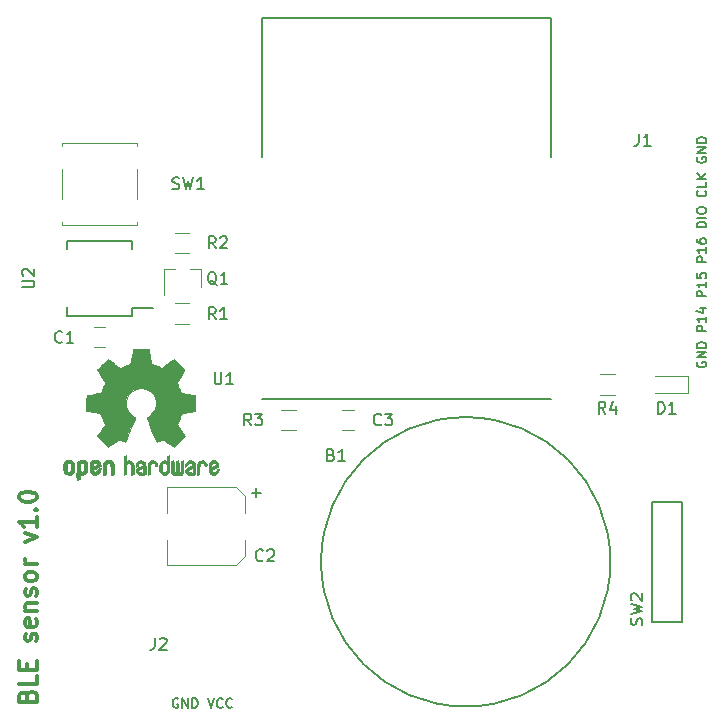
<source format=gto>
G04 #@! TF.FileFunction,Legend,Top*
%FSLAX46Y46*%
G04 Gerber Fmt 4.6, Leading zero omitted, Abs format (unit mm)*
G04 Created by KiCad (PCBNEW 4.0.7) date 10/30/17 13:40:03*
%MOMM*%
%LPD*%
G01*
G04 APERTURE LIST*
%ADD10C,0.100000*%
%ADD11C,0.150000*%
%ADD12C,0.300000*%
%ADD13C,0.120000*%
%ADD14C,0.010000*%
G04 APERTURE END LIST*
D10*
D11*
X138238096Y-117700000D02*
X138161905Y-117661905D01*
X138047620Y-117661905D01*
X137933334Y-117700000D01*
X137857143Y-117776190D01*
X137819048Y-117852381D01*
X137780953Y-118004762D01*
X137780953Y-118119048D01*
X137819048Y-118271429D01*
X137857143Y-118347619D01*
X137933334Y-118423810D01*
X138047620Y-118461905D01*
X138123810Y-118461905D01*
X138238096Y-118423810D01*
X138276191Y-118385714D01*
X138276191Y-118119048D01*
X138123810Y-118119048D01*
X138619048Y-118461905D02*
X138619048Y-117661905D01*
X139076191Y-118461905D01*
X139076191Y-117661905D01*
X139457143Y-118461905D02*
X139457143Y-117661905D01*
X139647619Y-117661905D01*
X139761905Y-117700000D01*
X139838096Y-117776190D01*
X139876191Y-117852381D01*
X139914286Y-118004762D01*
X139914286Y-118119048D01*
X139876191Y-118271429D01*
X139838096Y-118347619D01*
X139761905Y-118423810D01*
X139647619Y-118461905D01*
X139457143Y-118461905D01*
X140752381Y-117661905D02*
X141019048Y-118461905D01*
X141285715Y-117661905D01*
X142009524Y-118385714D02*
X141971429Y-118423810D01*
X141857143Y-118461905D01*
X141780953Y-118461905D01*
X141666667Y-118423810D01*
X141590476Y-118347619D01*
X141552381Y-118271429D01*
X141514286Y-118119048D01*
X141514286Y-118004762D01*
X141552381Y-117852381D01*
X141590476Y-117776190D01*
X141666667Y-117700000D01*
X141780953Y-117661905D01*
X141857143Y-117661905D01*
X141971429Y-117700000D01*
X142009524Y-117738095D01*
X142809524Y-118385714D02*
X142771429Y-118423810D01*
X142657143Y-118461905D01*
X142580953Y-118461905D01*
X142466667Y-118423810D01*
X142390476Y-118347619D01*
X142352381Y-118271429D01*
X142314286Y-118119048D01*
X142314286Y-118004762D01*
X142352381Y-117852381D01*
X142390476Y-117776190D01*
X142466667Y-117700000D01*
X142580953Y-117661905D01*
X142657143Y-117661905D01*
X142771429Y-117700000D01*
X142809524Y-117738095D01*
D12*
X125492857Y-117457142D02*
X125564286Y-117242856D01*
X125635714Y-117171428D01*
X125778571Y-117099999D01*
X125992857Y-117099999D01*
X126135714Y-117171428D01*
X126207143Y-117242856D01*
X126278571Y-117385714D01*
X126278571Y-117957142D01*
X124778571Y-117957142D01*
X124778571Y-117457142D01*
X124850000Y-117314285D01*
X124921429Y-117242856D01*
X125064286Y-117171428D01*
X125207143Y-117171428D01*
X125350000Y-117242856D01*
X125421429Y-117314285D01*
X125492857Y-117457142D01*
X125492857Y-117957142D01*
X126278571Y-115742856D02*
X126278571Y-116457142D01*
X124778571Y-116457142D01*
X125492857Y-115242856D02*
X125492857Y-114742856D01*
X126278571Y-114528570D02*
X126278571Y-115242856D01*
X124778571Y-115242856D01*
X124778571Y-114528570D01*
X126207143Y-112814285D02*
X126278571Y-112671428D01*
X126278571Y-112385713D01*
X126207143Y-112242856D01*
X126064286Y-112171428D01*
X125992857Y-112171428D01*
X125850000Y-112242856D01*
X125778571Y-112385713D01*
X125778571Y-112599999D01*
X125707143Y-112742856D01*
X125564286Y-112814285D01*
X125492857Y-112814285D01*
X125350000Y-112742856D01*
X125278571Y-112599999D01*
X125278571Y-112385713D01*
X125350000Y-112242856D01*
X126207143Y-110957142D02*
X126278571Y-111099999D01*
X126278571Y-111385713D01*
X126207143Y-111528570D01*
X126064286Y-111599999D01*
X125492857Y-111599999D01*
X125350000Y-111528570D01*
X125278571Y-111385713D01*
X125278571Y-111099999D01*
X125350000Y-110957142D01*
X125492857Y-110885713D01*
X125635714Y-110885713D01*
X125778571Y-111599999D01*
X125278571Y-110242856D02*
X126278571Y-110242856D01*
X125421429Y-110242856D02*
X125350000Y-110171428D01*
X125278571Y-110028570D01*
X125278571Y-109814285D01*
X125350000Y-109671428D01*
X125492857Y-109599999D01*
X126278571Y-109599999D01*
X126207143Y-108957142D02*
X126278571Y-108814285D01*
X126278571Y-108528570D01*
X126207143Y-108385713D01*
X126064286Y-108314285D01*
X125992857Y-108314285D01*
X125850000Y-108385713D01*
X125778571Y-108528570D01*
X125778571Y-108742856D01*
X125707143Y-108885713D01*
X125564286Y-108957142D01*
X125492857Y-108957142D01*
X125350000Y-108885713D01*
X125278571Y-108742856D01*
X125278571Y-108528570D01*
X125350000Y-108385713D01*
X126278571Y-107457141D02*
X126207143Y-107599999D01*
X126135714Y-107671427D01*
X125992857Y-107742856D01*
X125564286Y-107742856D01*
X125421429Y-107671427D01*
X125350000Y-107599999D01*
X125278571Y-107457141D01*
X125278571Y-107242856D01*
X125350000Y-107099999D01*
X125421429Y-107028570D01*
X125564286Y-106957141D01*
X125992857Y-106957141D01*
X126135714Y-107028570D01*
X126207143Y-107099999D01*
X126278571Y-107242856D01*
X126278571Y-107457141D01*
X126278571Y-106314284D02*
X125278571Y-106314284D01*
X125564286Y-106314284D02*
X125421429Y-106242856D01*
X125350000Y-106171427D01*
X125278571Y-106028570D01*
X125278571Y-105885713D01*
X125278571Y-104385713D02*
X126278571Y-104028570D01*
X125278571Y-103671428D01*
X126278571Y-102314285D02*
X126278571Y-103171428D01*
X126278571Y-102742856D02*
X124778571Y-102742856D01*
X124992857Y-102885713D01*
X125135714Y-103028571D01*
X125207143Y-103171428D01*
X126135714Y-101671428D02*
X126207143Y-101600000D01*
X126278571Y-101671428D01*
X126207143Y-101742857D01*
X126135714Y-101671428D01*
X126278571Y-101671428D01*
X124778571Y-100671428D02*
X124778571Y-100528571D01*
X124850000Y-100385714D01*
X124921429Y-100314285D01*
X125064286Y-100242856D01*
X125350000Y-100171428D01*
X125707143Y-100171428D01*
X125992857Y-100242856D01*
X126135714Y-100314285D01*
X126207143Y-100385714D01*
X126278571Y-100528571D01*
X126278571Y-100671428D01*
X126207143Y-100814285D01*
X126135714Y-100885714D01*
X125992857Y-100957142D01*
X125707143Y-101028571D01*
X125350000Y-101028571D01*
X125064286Y-100957142D01*
X124921429Y-100885714D01*
X124850000Y-100814285D01*
X124778571Y-100671428D01*
D11*
X182200000Y-89180953D02*
X182161905Y-89257144D01*
X182161905Y-89371429D01*
X182200000Y-89485715D01*
X182276190Y-89561906D01*
X182352381Y-89600001D01*
X182504762Y-89638096D01*
X182619048Y-89638096D01*
X182771429Y-89600001D01*
X182847619Y-89561906D01*
X182923810Y-89485715D01*
X182961905Y-89371429D01*
X182961905Y-89295239D01*
X182923810Y-89180953D01*
X182885714Y-89142858D01*
X182619048Y-89142858D01*
X182619048Y-89295239D01*
X182961905Y-88800001D02*
X182161905Y-88800001D01*
X182961905Y-88342858D01*
X182161905Y-88342858D01*
X182961905Y-87961906D02*
X182161905Y-87961906D01*
X182161905Y-87771430D01*
X182200000Y-87657144D01*
X182276190Y-87580953D01*
X182352381Y-87542858D01*
X182504762Y-87504763D01*
X182619048Y-87504763D01*
X182771429Y-87542858D01*
X182847619Y-87580953D01*
X182923810Y-87657144D01*
X182961905Y-87771430D01*
X182961905Y-87961906D01*
X182961905Y-86552382D02*
X182161905Y-86552382D01*
X182161905Y-86247620D01*
X182200000Y-86171429D01*
X182238095Y-86133334D01*
X182314286Y-86095239D01*
X182428571Y-86095239D01*
X182504762Y-86133334D01*
X182542857Y-86171429D01*
X182580952Y-86247620D01*
X182580952Y-86552382D01*
X182961905Y-85333334D02*
X182961905Y-85790477D01*
X182961905Y-85561906D02*
X182161905Y-85561906D01*
X182276190Y-85638096D01*
X182352381Y-85714287D01*
X182390476Y-85790477D01*
X182428571Y-84647620D02*
X182961905Y-84647620D01*
X182123810Y-84838096D02*
X182695238Y-85028572D01*
X182695238Y-84533334D01*
X182961905Y-83619048D02*
X182161905Y-83619048D01*
X182161905Y-83314286D01*
X182200000Y-83238095D01*
X182238095Y-83200000D01*
X182314286Y-83161905D01*
X182428571Y-83161905D01*
X182504762Y-83200000D01*
X182542857Y-83238095D01*
X182580952Y-83314286D01*
X182580952Y-83619048D01*
X182961905Y-82400000D02*
X182961905Y-82857143D01*
X182961905Y-82628572D02*
X182161905Y-82628572D01*
X182276190Y-82704762D01*
X182352381Y-82780953D01*
X182390476Y-82857143D01*
X182161905Y-81676190D02*
X182161905Y-82057143D01*
X182542857Y-82095238D01*
X182504762Y-82057143D01*
X182466667Y-81980952D01*
X182466667Y-81790476D01*
X182504762Y-81714286D01*
X182542857Y-81676190D01*
X182619048Y-81638095D01*
X182809524Y-81638095D01*
X182885714Y-81676190D01*
X182923810Y-81714286D01*
X182961905Y-81790476D01*
X182961905Y-81980952D01*
X182923810Y-82057143D01*
X182885714Y-82095238D01*
X182961905Y-80685714D02*
X182161905Y-80685714D01*
X182161905Y-80380952D01*
X182200000Y-80304761D01*
X182238095Y-80266666D01*
X182314286Y-80228571D01*
X182428571Y-80228571D01*
X182504762Y-80266666D01*
X182542857Y-80304761D01*
X182580952Y-80380952D01*
X182580952Y-80685714D01*
X182961905Y-79466666D02*
X182961905Y-79923809D01*
X182961905Y-79695238D02*
X182161905Y-79695238D01*
X182276190Y-79771428D01*
X182352381Y-79847619D01*
X182390476Y-79923809D01*
X182161905Y-78780952D02*
X182161905Y-78933333D01*
X182200000Y-79009523D01*
X182238095Y-79047618D01*
X182352381Y-79123809D01*
X182504762Y-79161904D01*
X182809524Y-79161904D01*
X182885714Y-79123809D01*
X182923810Y-79085714D01*
X182961905Y-79009523D01*
X182961905Y-78857142D01*
X182923810Y-78780952D01*
X182885714Y-78742856D01*
X182809524Y-78704761D01*
X182619048Y-78704761D01*
X182542857Y-78742856D01*
X182504762Y-78780952D01*
X182466667Y-78857142D01*
X182466667Y-79009523D01*
X182504762Y-79085714D01*
X182542857Y-79123809D01*
X182619048Y-79161904D01*
X182961905Y-77752380D02*
X182161905Y-77752380D01*
X182161905Y-77561904D01*
X182200000Y-77447618D01*
X182276190Y-77371427D01*
X182352381Y-77333332D01*
X182504762Y-77295237D01*
X182619048Y-77295237D01*
X182771429Y-77333332D01*
X182847619Y-77371427D01*
X182923810Y-77447618D01*
X182961905Y-77561904D01*
X182961905Y-77752380D01*
X182961905Y-76952380D02*
X182161905Y-76952380D01*
X182161905Y-76419047D02*
X182161905Y-76266666D01*
X182200000Y-76190475D01*
X182276190Y-76114285D01*
X182428571Y-76076190D01*
X182695238Y-76076190D01*
X182847619Y-76114285D01*
X182923810Y-76190475D01*
X182961905Y-76266666D01*
X182961905Y-76419047D01*
X182923810Y-76495237D01*
X182847619Y-76571428D01*
X182695238Y-76609523D01*
X182428571Y-76609523D01*
X182276190Y-76571428D01*
X182200000Y-76495237D01*
X182161905Y-76419047D01*
X182885714Y-74666666D02*
X182923810Y-74704761D01*
X182961905Y-74819047D01*
X182961905Y-74895237D01*
X182923810Y-75009523D01*
X182847619Y-75085714D01*
X182771429Y-75123809D01*
X182619048Y-75161904D01*
X182504762Y-75161904D01*
X182352381Y-75123809D01*
X182276190Y-75085714D01*
X182200000Y-75009523D01*
X182161905Y-74895237D01*
X182161905Y-74819047D01*
X182200000Y-74704761D01*
X182238095Y-74666666D01*
X182961905Y-73942856D02*
X182961905Y-74323809D01*
X182161905Y-74323809D01*
X182961905Y-73676190D02*
X182161905Y-73676190D01*
X182961905Y-73219047D02*
X182504762Y-73561904D01*
X182161905Y-73219047D02*
X182619048Y-73676190D01*
X182200000Y-71847618D02*
X182161905Y-71923809D01*
X182161905Y-72038094D01*
X182200000Y-72152380D01*
X182276190Y-72228571D01*
X182352381Y-72266666D01*
X182504762Y-72304761D01*
X182619048Y-72304761D01*
X182771429Y-72266666D01*
X182847619Y-72228571D01*
X182923810Y-72152380D01*
X182961905Y-72038094D01*
X182961905Y-71961904D01*
X182923810Y-71847618D01*
X182885714Y-71809523D01*
X182619048Y-71809523D01*
X182619048Y-71961904D01*
X182961905Y-71466666D02*
X182161905Y-71466666D01*
X182961905Y-71009523D01*
X182161905Y-71009523D01*
X182961905Y-70628571D02*
X182161905Y-70628571D01*
X182161905Y-70438095D01*
X182200000Y-70323809D01*
X182276190Y-70247618D01*
X182352381Y-70209523D01*
X182504762Y-70171428D01*
X182619048Y-70171428D01*
X182771429Y-70209523D01*
X182847619Y-70247618D01*
X182923810Y-70323809D01*
X182961905Y-70438095D01*
X182961905Y-70628571D01*
X174850000Y-106100000D02*
G75*
G03X174850000Y-106100000I-12250000J0D01*
G01*
D13*
X131100000Y-87950000D02*
X132100000Y-87950000D01*
X132100000Y-86250000D02*
X131100000Y-86250000D01*
X143900000Y-100560000D02*
X143900000Y-101980000D01*
X137300000Y-99800000D02*
X137300000Y-101980000D01*
X137300000Y-106400000D02*
X137300000Y-104220000D01*
X143900000Y-105640000D02*
X143900000Y-104220000D01*
X137300000Y-99800000D02*
X143140000Y-99800000D01*
X143140000Y-99800000D02*
X143900000Y-100560000D01*
X143900000Y-105640000D02*
X143140000Y-106400000D01*
X143140000Y-106400000D02*
X137300000Y-106400000D01*
X153100000Y-93250000D02*
X152100000Y-93250000D01*
X152100000Y-94950000D02*
X153100000Y-94950000D01*
X140180000Y-81340000D02*
X139250000Y-81340000D01*
X137020000Y-81340000D02*
X137950000Y-81340000D01*
X137020000Y-81340000D02*
X137020000Y-83500000D01*
X140180000Y-81340000D02*
X140180000Y-82800000D01*
X138000000Y-84220000D02*
X139200000Y-84220000D01*
X139200000Y-85980000D02*
X138000000Y-85980000D01*
X138000000Y-78220000D02*
X139200000Y-78220000D01*
X139200000Y-79980000D02*
X138000000Y-79980000D01*
X148200000Y-94980000D02*
X147000000Y-94980000D01*
X147000000Y-93220000D02*
X148200000Y-93220000D01*
X128450000Y-70900000D02*
X128450000Y-70650000D01*
X128450000Y-70650000D02*
X134750000Y-70650000D01*
X134750000Y-70650000D02*
X134750000Y-70900000D01*
X128450000Y-75400000D02*
X128450000Y-72800000D01*
X134750000Y-77300000D02*
X134750000Y-77550000D01*
X134750000Y-77550000D02*
X128450000Y-77550000D01*
X128450000Y-77550000D02*
X128450000Y-77300000D01*
X134750000Y-72800000D02*
X134750000Y-75400000D01*
D11*
X145350000Y-71830000D02*
X145350000Y-60090000D01*
X145350000Y-60090000D02*
X169850000Y-60090000D01*
X169850000Y-60090000D02*
X169850000Y-71830000D01*
X145350000Y-92350000D02*
X169850000Y-92350000D01*
X134350000Y-85305000D02*
X134350000Y-84650000D01*
X128850000Y-85305000D02*
X128850000Y-84555000D01*
X128850000Y-78895000D02*
X128850000Y-79645000D01*
X134350000Y-78895000D02*
X134350000Y-79645000D01*
X134350000Y-85305000D02*
X128850000Y-85305000D01*
X134350000Y-78895000D02*
X128850000Y-78895000D01*
X134350000Y-84650000D02*
X136100000Y-84650000D01*
D13*
X181400000Y-91800000D02*
X181400000Y-90400000D01*
X181400000Y-90400000D02*
X178600000Y-90400000D01*
X181400000Y-91800000D02*
X178600000Y-91800000D01*
X174000000Y-90220000D02*
X175200000Y-90220000D01*
X175200000Y-91980000D02*
X174000000Y-91980000D01*
D11*
X178330000Y-101020000D02*
X178330000Y-111180000D01*
X178330000Y-111180000D02*
X180870000Y-111180000D01*
X180870000Y-111180000D02*
X180870000Y-101020000D01*
X180870000Y-101020000D02*
X178330000Y-101020000D01*
D14*
G36*
X130271900Y-97461903D02*
X130383450Y-97517522D01*
X130481908Y-97619931D01*
X130509023Y-97657864D01*
X130538562Y-97707500D01*
X130557728Y-97761412D01*
X130568693Y-97833364D01*
X130573629Y-97937122D01*
X130574713Y-98074101D01*
X130569818Y-98261815D01*
X130552804Y-98402758D01*
X130520177Y-98507908D01*
X130468442Y-98588243D01*
X130394104Y-98654741D01*
X130388642Y-98658678D01*
X130315380Y-98698953D01*
X130227160Y-98718880D01*
X130114962Y-98723793D01*
X129932567Y-98723793D01*
X129932491Y-98900857D01*
X129930793Y-98999470D01*
X129920450Y-99057314D01*
X129893422Y-99092006D01*
X129841668Y-99121164D01*
X129829239Y-99127121D01*
X129771077Y-99155039D01*
X129726044Y-99172672D01*
X129692559Y-99174194D01*
X129669038Y-99153781D01*
X129653900Y-99105607D01*
X129645563Y-99023846D01*
X129642444Y-98902672D01*
X129642960Y-98736260D01*
X129645529Y-98518785D01*
X129646332Y-98453736D01*
X129649222Y-98229502D01*
X129651812Y-98082821D01*
X129932414Y-98082821D01*
X129933991Y-98207326D01*
X129941000Y-98288787D01*
X129956858Y-98342515D01*
X129984981Y-98383823D01*
X130004075Y-98403971D01*
X130082135Y-98462921D01*
X130151247Y-98467720D01*
X130222560Y-98419038D01*
X130224368Y-98417241D01*
X130253383Y-98379618D01*
X130271033Y-98328484D01*
X130279936Y-98249738D01*
X130282709Y-98129276D01*
X130282759Y-98102588D01*
X130276058Y-97936583D01*
X130254248Y-97821505D01*
X130214765Y-97751254D01*
X130155044Y-97719729D01*
X130120528Y-97716552D01*
X130038611Y-97731460D01*
X129982421Y-97780548D01*
X129948598Y-97870362D01*
X129933780Y-98007445D01*
X129932414Y-98082821D01*
X129651812Y-98082821D01*
X129652287Y-98055952D01*
X129656247Y-97925382D01*
X129661826Y-97830087D01*
X129669746Y-97762364D01*
X129680731Y-97714507D01*
X129695501Y-97678813D01*
X129714782Y-97647578D01*
X129723049Y-97635824D01*
X129832712Y-97524797D01*
X129971365Y-97461847D01*
X130131754Y-97444297D01*
X130271900Y-97461903D01*
X130271900Y-97461903D01*
G37*
X130271900Y-97461903D02*
X130383450Y-97517522D01*
X130481908Y-97619931D01*
X130509023Y-97657864D01*
X130538562Y-97707500D01*
X130557728Y-97761412D01*
X130568693Y-97833364D01*
X130573629Y-97937122D01*
X130574713Y-98074101D01*
X130569818Y-98261815D01*
X130552804Y-98402758D01*
X130520177Y-98507908D01*
X130468442Y-98588243D01*
X130394104Y-98654741D01*
X130388642Y-98658678D01*
X130315380Y-98698953D01*
X130227160Y-98718880D01*
X130114962Y-98723793D01*
X129932567Y-98723793D01*
X129932491Y-98900857D01*
X129930793Y-98999470D01*
X129920450Y-99057314D01*
X129893422Y-99092006D01*
X129841668Y-99121164D01*
X129829239Y-99127121D01*
X129771077Y-99155039D01*
X129726044Y-99172672D01*
X129692559Y-99174194D01*
X129669038Y-99153781D01*
X129653900Y-99105607D01*
X129645563Y-99023846D01*
X129642444Y-98902672D01*
X129642960Y-98736260D01*
X129645529Y-98518785D01*
X129646332Y-98453736D01*
X129649222Y-98229502D01*
X129651812Y-98082821D01*
X129932414Y-98082821D01*
X129933991Y-98207326D01*
X129941000Y-98288787D01*
X129956858Y-98342515D01*
X129984981Y-98383823D01*
X130004075Y-98403971D01*
X130082135Y-98462921D01*
X130151247Y-98467720D01*
X130222560Y-98419038D01*
X130224368Y-98417241D01*
X130253383Y-98379618D01*
X130271033Y-98328484D01*
X130279936Y-98249738D01*
X130282709Y-98129276D01*
X130282759Y-98102588D01*
X130276058Y-97936583D01*
X130254248Y-97821505D01*
X130214765Y-97751254D01*
X130155044Y-97719729D01*
X130120528Y-97716552D01*
X130038611Y-97731460D01*
X129982421Y-97780548D01*
X129948598Y-97870362D01*
X129933780Y-98007445D01*
X129932414Y-98082821D01*
X129651812Y-98082821D01*
X129652287Y-98055952D01*
X129656247Y-97925382D01*
X129661826Y-97830087D01*
X129669746Y-97762364D01*
X129680731Y-97714507D01*
X129695501Y-97678813D01*
X129714782Y-97647578D01*
X129723049Y-97635824D01*
X129832712Y-97524797D01*
X129971365Y-97461847D01*
X130131754Y-97444297D01*
X130271900Y-97461903D01*
G36*
X132517429Y-97477719D02*
X132611123Y-97531914D01*
X132676264Y-97585707D01*
X132723907Y-97642066D01*
X132756728Y-97710987D01*
X132777406Y-97802468D01*
X132788620Y-97926506D01*
X132793049Y-98093098D01*
X132793563Y-98212851D01*
X132793563Y-98653659D01*
X132669483Y-98709283D01*
X132545402Y-98764907D01*
X132530805Y-98282095D01*
X132524773Y-98101779D01*
X132518445Y-97970901D01*
X132510606Y-97880511D01*
X132500037Y-97821664D01*
X132485523Y-97785413D01*
X132465848Y-97762810D01*
X132459535Y-97757917D01*
X132363888Y-97719706D01*
X132267207Y-97734827D01*
X132209655Y-97774943D01*
X132186245Y-97803370D01*
X132170039Y-97840672D01*
X132159741Y-97897223D01*
X132154049Y-97983394D01*
X132151664Y-98109558D01*
X132151264Y-98241042D01*
X132151186Y-98405999D01*
X132148361Y-98522761D01*
X132138907Y-98601510D01*
X132118940Y-98652431D01*
X132084576Y-98685706D01*
X132031932Y-98711520D01*
X131961617Y-98738344D01*
X131884820Y-98767542D01*
X131893962Y-98249346D01*
X131897643Y-98062539D01*
X131901950Y-97924490D01*
X131908123Y-97825568D01*
X131917402Y-97756145D01*
X131931027Y-97706590D01*
X131950239Y-97667273D01*
X131973402Y-97632584D01*
X132085152Y-97521770D01*
X132221513Y-97457689D01*
X132369825Y-97442339D01*
X132517429Y-97477719D01*
X132517429Y-97477719D01*
G37*
X132517429Y-97477719D02*
X132611123Y-97531914D01*
X132676264Y-97585707D01*
X132723907Y-97642066D01*
X132756728Y-97710987D01*
X132777406Y-97802468D01*
X132788620Y-97926506D01*
X132793049Y-98093098D01*
X132793563Y-98212851D01*
X132793563Y-98653659D01*
X132669483Y-98709283D01*
X132545402Y-98764907D01*
X132530805Y-98282095D01*
X132524773Y-98101779D01*
X132518445Y-97970901D01*
X132510606Y-97880511D01*
X132500037Y-97821664D01*
X132485523Y-97785413D01*
X132465848Y-97762810D01*
X132459535Y-97757917D01*
X132363888Y-97719706D01*
X132267207Y-97734827D01*
X132209655Y-97774943D01*
X132186245Y-97803370D01*
X132170039Y-97840672D01*
X132159741Y-97897223D01*
X132154049Y-97983394D01*
X132151664Y-98109558D01*
X132151264Y-98241042D01*
X132151186Y-98405999D01*
X132148361Y-98522761D01*
X132138907Y-98601510D01*
X132118940Y-98652431D01*
X132084576Y-98685706D01*
X132031932Y-98711520D01*
X131961617Y-98738344D01*
X131884820Y-98767542D01*
X131893962Y-98249346D01*
X131897643Y-98062539D01*
X131901950Y-97924490D01*
X131908123Y-97825568D01*
X131917402Y-97756145D01*
X131931027Y-97706590D01*
X131950239Y-97667273D01*
X131973402Y-97632584D01*
X132085152Y-97521770D01*
X132221513Y-97457689D01*
X132369825Y-97442339D01*
X132517429Y-97477719D01*
G36*
X129148221Y-97466015D02*
X129285061Y-97537968D01*
X129386051Y-97653766D01*
X129421925Y-97728213D01*
X129449839Y-97839992D01*
X129464129Y-97981227D01*
X129465484Y-98135371D01*
X129454595Y-98285879D01*
X129432153Y-98416205D01*
X129398850Y-98509803D01*
X129388615Y-98525922D01*
X129267382Y-98646249D01*
X129123387Y-98718317D01*
X128967139Y-98739408D01*
X128809148Y-98706802D01*
X128765180Y-98687253D01*
X128679556Y-98627012D01*
X128604408Y-98547135D01*
X128597306Y-98537004D01*
X128568439Y-98488181D01*
X128549357Y-98435990D01*
X128538084Y-98367285D01*
X128532645Y-98268918D01*
X128531062Y-98127744D01*
X128531035Y-98096092D01*
X128531107Y-98086019D01*
X128822989Y-98086019D01*
X128824687Y-98219256D01*
X128831372Y-98307674D01*
X128845425Y-98364785D01*
X128869229Y-98404102D01*
X128881379Y-98417241D01*
X128951236Y-98467172D01*
X129019059Y-98464895D01*
X129087635Y-98421584D01*
X129128535Y-98375346D01*
X129152758Y-98307857D01*
X129166361Y-98201433D01*
X129167294Y-98189020D01*
X129169616Y-97996147D01*
X129145350Y-97852900D01*
X129094824Y-97760160D01*
X129018368Y-97718807D01*
X128991076Y-97716552D01*
X128919411Y-97727893D01*
X128870390Y-97767184D01*
X128840418Y-97842326D01*
X128825899Y-97961222D01*
X128822989Y-98086019D01*
X128531107Y-98086019D01*
X128532122Y-97945659D01*
X128536688Y-97840549D01*
X128546688Y-97767714D01*
X128564079Y-97714108D01*
X128590816Y-97666681D01*
X128596724Y-97657864D01*
X128696032Y-97539007D01*
X128804242Y-97470008D01*
X128935981Y-97442619D01*
X128980717Y-97441281D01*
X129148221Y-97466015D01*
X129148221Y-97466015D01*
G37*
X129148221Y-97466015D02*
X129285061Y-97537968D01*
X129386051Y-97653766D01*
X129421925Y-97728213D01*
X129449839Y-97839992D01*
X129464129Y-97981227D01*
X129465484Y-98135371D01*
X129454595Y-98285879D01*
X129432153Y-98416205D01*
X129398850Y-98509803D01*
X129388615Y-98525922D01*
X129267382Y-98646249D01*
X129123387Y-98718317D01*
X128967139Y-98739408D01*
X128809148Y-98706802D01*
X128765180Y-98687253D01*
X128679556Y-98627012D01*
X128604408Y-98547135D01*
X128597306Y-98537004D01*
X128568439Y-98488181D01*
X128549357Y-98435990D01*
X128538084Y-98367285D01*
X128532645Y-98268918D01*
X128531062Y-98127744D01*
X128531035Y-98096092D01*
X128531107Y-98086019D01*
X128822989Y-98086019D01*
X128824687Y-98219256D01*
X128831372Y-98307674D01*
X128845425Y-98364785D01*
X128869229Y-98404102D01*
X128881379Y-98417241D01*
X128951236Y-98467172D01*
X129019059Y-98464895D01*
X129087635Y-98421584D01*
X129128535Y-98375346D01*
X129152758Y-98307857D01*
X129166361Y-98201433D01*
X129167294Y-98189020D01*
X129169616Y-97996147D01*
X129145350Y-97852900D01*
X129094824Y-97760160D01*
X129018368Y-97718807D01*
X128991076Y-97716552D01*
X128919411Y-97727893D01*
X128870390Y-97767184D01*
X128840418Y-97842326D01*
X128825899Y-97961222D01*
X128822989Y-98086019D01*
X128531107Y-98086019D01*
X128532122Y-97945659D01*
X128536688Y-97840549D01*
X128546688Y-97767714D01*
X128564079Y-97714108D01*
X128590816Y-97666681D01*
X128596724Y-97657864D01*
X128696032Y-97539007D01*
X128804242Y-97470008D01*
X128935981Y-97442619D01*
X128980717Y-97441281D01*
X129148221Y-97466015D01*
G36*
X131415552Y-97484676D02*
X131530658Y-97562111D01*
X131619611Y-97673949D01*
X131672749Y-97816265D01*
X131683497Y-97921015D01*
X131682276Y-97964726D01*
X131672056Y-97998194D01*
X131643961Y-98028179D01*
X131589116Y-98061440D01*
X131498645Y-98104738D01*
X131363672Y-98164833D01*
X131362989Y-98165134D01*
X131238751Y-98222037D01*
X131136873Y-98272565D01*
X131067767Y-98311280D01*
X131041846Y-98332740D01*
X131041839Y-98332913D01*
X131064685Y-98379644D01*
X131118109Y-98431154D01*
X131179442Y-98468261D01*
X131210515Y-98475632D01*
X131295289Y-98450138D01*
X131368293Y-98386291D01*
X131403913Y-98316094D01*
X131438180Y-98264343D01*
X131505303Y-98205409D01*
X131584208Y-98154496D01*
X131653821Y-98126809D01*
X131668377Y-98125287D01*
X131684763Y-98150321D01*
X131685750Y-98214311D01*
X131673708Y-98300593D01*
X131651007Y-98392501D01*
X131620014Y-98473369D01*
X131618448Y-98476509D01*
X131525181Y-98606734D01*
X131404304Y-98695311D01*
X131267027Y-98738786D01*
X131124560Y-98733706D01*
X130988112Y-98676616D01*
X130982045Y-98672602D01*
X130874710Y-98575326D01*
X130804132Y-98448409D01*
X130765074Y-98281526D01*
X130759832Y-98234639D01*
X130750548Y-98013329D01*
X130761678Y-97910124D01*
X131041839Y-97910124D01*
X131045479Y-97974503D01*
X131065389Y-97993291D01*
X131115026Y-97979235D01*
X131193267Y-97946009D01*
X131280726Y-97904359D01*
X131282899Y-97903256D01*
X131357030Y-97864265D01*
X131386781Y-97838244D01*
X131379445Y-97810965D01*
X131348553Y-97775121D01*
X131269960Y-97723251D01*
X131185323Y-97719439D01*
X131109403Y-97757189D01*
X131056965Y-97830001D01*
X131041839Y-97910124D01*
X130761678Y-97910124D01*
X130769644Y-97836261D01*
X130818634Y-97695829D01*
X130886836Y-97597447D01*
X131009935Y-97498030D01*
X131145528Y-97448711D01*
X131283955Y-97445568D01*
X131415552Y-97484676D01*
X131415552Y-97484676D01*
G37*
X131415552Y-97484676D02*
X131530658Y-97562111D01*
X131619611Y-97673949D01*
X131672749Y-97816265D01*
X131683497Y-97921015D01*
X131682276Y-97964726D01*
X131672056Y-97998194D01*
X131643961Y-98028179D01*
X131589116Y-98061440D01*
X131498645Y-98104738D01*
X131363672Y-98164833D01*
X131362989Y-98165134D01*
X131238751Y-98222037D01*
X131136873Y-98272565D01*
X131067767Y-98311280D01*
X131041846Y-98332740D01*
X131041839Y-98332913D01*
X131064685Y-98379644D01*
X131118109Y-98431154D01*
X131179442Y-98468261D01*
X131210515Y-98475632D01*
X131295289Y-98450138D01*
X131368293Y-98386291D01*
X131403913Y-98316094D01*
X131438180Y-98264343D01*
X131505303Y-98205409D01*
X131584208Y-98154496D01*
X131653821Y-98126809D01*
X131668377Y-98125287D01*
X131684763Y-98150321D01*
X131685750Y-98214311D01*
X131673708Y-98300593D01*
X131651007Y-98392501D01*
X131620014Y-98473369D01*
X131618448Y-98476509D01*
X131525181Y-98606734D01*
X131404304Y-98695311D01*
X131267027Y-98738786D01*
X131124560Y-98733706D01*
X130988112Y-98676616D01*
X130982045Y-98672602D01*
X130874710Y-98575326D01*
X130804132Y-98448409D01*
X130765074Y-98281526D01*
X130759832Y-98234639D01*
X130750548Y-98013329D01*
X130761678Y-97910124D01*
X131041839Y-97910124D01*
X131045479Y-97974503D01*
X131065389Y-97993291D01*
X131115026Y-97979235D01*
X131193267Y-97946009D01*
X131280726Y-97904359D01*
X131282899Y-97903256D01*
X131357030Y-97864265D01*
X131386781Y-97838244D01*
X131379445Y-97810965D01*
X131348553Y-97775121D01*
X131269960Y-97723251D01*
X131185323Y-97719439D01*
X131109403Y-97757189D01*
X131056965Y-97830001D01*
X131041839Y-97910124D01*
X130761678Y-97910124D01*
X130769644Y-97836261D01*
X130818634Y-97695829D01*
X130886836Y-97597447D01*
X131009935Y-97498030D01*
X131145528Y-97448711D01*
X131283955Y-97445568D01*
X131415552Y-97484676D01*
G36*
X133844598Y-97323857D02*
X133853154Y-97443188D01*
X133862981Y-97513506D01*
X133876599Y-97544179D01*
X133896527Y-97544571D01*
X133902989Y-97540910D01*
X133988940Y-97514398D01*
X134100745Y-97515946D01*
X134214414Y-97543199D01*
X134285510Y-97578455D01*
X134358405Y-97634778D01*
X134411693Y-97698519D01*
X134448275Y-97779510D01*
X134471050Y-97887586D01*
X134482919Y-98032580D01*
X134486782Y-98224326D01*
X134486851Y-98261109D01*
X134486897Y-98674288D01*
X134394954Y-98706339D01*
X134329652Y-98728144D01*
X134293824Y-98738297D01*
X134292770Y-98738391D01*
X134289242Y-98710860D01*
X134286239Y-98634923D01*
X134283990Y-98520565D01*
X134282724Y-98377769D01*
X134282529Y-98290951D01*
X134282123Y-98119773D01*
X134280032Y-97997088D01*
X134274947Y-97913000D01*
X134265560Y-97857614D01*
X134250561Y-97821032D01*
X134228642Y-97793359D01*
X134214957Y-97780032D01*
X134120949Y-97726328D01*
X134018364Y-97722307D01*
X133925290Y-97767725D01*
X133908078Y-97784123D01*
X133882832Y-97814957D01*
X133865320Y-97851531D01*
X133854142Y-97904415D01*
X133847896Y-97984177D01*
X133845182Y-98101385D01*
X133844598Y-98262991D01*
X133844598Y-98674288D01*
X133752655Y-98706339D01*
X133687353Y-98728144D01*
X133651525Y-98738297D01*
X133650471Y-98738391D01*
X133647775Y-98710448D01*
X133645345Y-98631630D01*
X133643278Y-98509453D01*
X133641671Y-98351432D01*
X133640623Y-98165083D01*
X133640231Y-97957920D01*
X133640230Y-97948706D01*
X133640230Y-97159020D01*
X133735115Y-97118997D01*
X133830000Y-97078973D01*
X133844598Y-97323857D01*
X133844598Y-97323857D01*
G37*
X133844598Y-97323857D02*
X133853154Y-97443188D01*
X133862981Y-97513506D01*
X133876599Y-97544179D01*
X133896527Y-97544571D01*
X133902989Y-97540910D01*
X133988940Y-97514398D01*
X134100745Y-97515946D01*
X134214414Y-97543199D01*
X134285510Y-97578455D01*
X134358405Y-97634778D01*
X134411693Y-97698519D01*
X134448275Y-97779510D01*
X134471050Y-97887586D01*
X134482919Y-98032580D01*
X134486782Y-98224326D01*
X134486851Y-98261109D01*
X134486897Y-98674288D01*
X134394954Y-98706339D01*
X134329652Y-98728144D01*
X134293824Y-98738297D01*
X134292770Y-98738391D01*
X134289242Y-98710860D01*
X134286239Y-98634923D01*
X134283990Y-98520565D01*
X134282724Y-98377769D01*
X134282529Y-98290951D01*
X134282123Y-98119773D01*
X134280032Y-97997088D01*
X134274947Y-97913000D01*
X134265560Y-97857614D01*
X134250561Y-97821032D01*
X134228642Y-97793359D01*
X134214957Y-97780032D01*
X134120949Y-97726328D01*
X134018364Y-97722307D01*
X133925290Y-97767725D01*
X133908078Y-97784123D01*
X133882832Y-97814957D01*
X133865320Y-97851531D01*
X133854142Y-97904415D01*
X133847896Y-97984177D01*
X133845182Y-98101385D01*
X133844598Y-98262991D01*
X133844598Y-98674288D01*
X133752655Y-98706339D01*
X133687353Y-98728144D01*
X133651525Y-98738297D01*
X133650471Y-98738391D01*
X133647775Y-98710448D01*
X133645345Y-98631630D01*
X133643278Y-98509453D01*
X133641671Y-98351432D01*
X133640623Y-98165083D01*
X133640231Y-97957920D01*
X133640230Y-97948706D01*
X133640230Y-97159020D01*
X133735115Y-97118997D01*
X133830000Y-97078973D01*
X133844598Y-97323857D01*
G36*
X135179944Y-97524360D02*
X135294343Y-97566842D01*
X135295652Y-97567658D01*
X135366403Y-97619730D01*
X135418636Y-97680584D01*
X135455371Y-97759887D01*
X135479634Y-97867309D01*
X135494445Y-98012517D01*
X135502829Y-98205179D01*
X135503564Y-98232628D01*
X135514120Y-98646521D01*
X135425291Y-98692456D01*
X135361018Y-98723498D01*
X135322210Y-98738206D01*
X135320415Y-98738391D01*
X135313700Y-98711250D01*
X135308365Y-98638041D01*
X135305083Y-98531081D01*
X135304368Y-98444469D01*
X135304351Y-98304162D01*
X135297937Y-98216051D01*
X135275580Y-98174025D01*
X135227732Y-98171975D01*
X135144849Y-98203790D01*
X135019713Y-98262272D01*
X134927697Y-98310845D01*
X134880371Y-98352986D01*
X134866458Y-98398916D01*
X134866437Y-98401189D01*
X134889395Y-98480311D01*
X134957370Y-98523055D01*
X135061398Y-98529246D01*
X135136330Y-98528172D01*
X135175839Y-98549753D01*
X135200478Y-98601591D01*
X135214659Y-98667632D01*
X135194223Y-98705104D01*
X135186528Y-98710467D01*
X135114083Y-98732006D01*
X135012633Y-98735055D01*
X134908157Y-98720778D01*
X134834125Y-98694688D01*
X134731772Y-98607785D01*
X134673591Y-98486816D01*
X134662069Y-98392308D01*
X134670862Y-98307062D01*
X134702680Y-98237476D01*
X134765684Y-98175672D01*
X134868031Y-98113772D01*
X135017882Y-98043897D01*
X135027012Y-98039948D01*
X135161997Y-97977588D01*
X135245294Y-97926446D01*
X135280997Y-97880488D01*
X135273203Y-97833683D01*
X135226007Y-97779998D01*
X135211894Y-97767644D01*
X135117359Y-97719741D01*
X135019406Y-97721758D01*
X134934097Y-97768724D01*
X134877496Y-97855669D01*
X134872237Y-97872734D01*
X134821023Y-97955504D01*
X134756037Y-97995372D01*
X134662069Y-98034882D01*
X134662069Y-97932658D01*
X134690653Y-97784072D01*
X134775495Y-97647784D01*
X134819645Y-97602191D01*
X134920005Y-97543674D01*
X135047635Y-97517184D01*
X135179944Y-97524360D01*
X135179944Y-97524360D01*
G37*
X135179944Y-97524360D02*
X135294343Y-97566842D01*
X135295652Y-97567658D01*
X135366403Y-97619730D01*
X135418636Y-97680584D01*
X135455371Y-97759887D01*
X135479634Y-97867309D01*
X135494445Y-98012517D01*
X135502829Y-98205179D01*
X135503564Y-98232628D01*
X135514120Y-98646521D01*
X135425291Y-98692456D01*
X135361018Y-98723498D01*
X135322210Y-98738206D01*
X135320415Y-98738391D01*
X135313700Y-98711250D01*
X135308365Y-98638041D01*
X135305083Y-98531081D01*
X135304368Y-98444469D01*
X135304351Y-98304162D01*
X135297937Y-98216051D01*
X135275580Y-98174025D01*
X135227732Y-98171975D01*
X135144849Y-98203790D01*
X135019713Y-98262272D01*
X134927697Y-98310845D01*
X134880371Y-98352986D01*
X134866458Y-98398916D01*
X134866437Y-98401189D01*
X134889395Y-98480311D01*
X134957370Y-98523055D01*
X135061398Y-98529246D01*
X135136330Y-98528172D01*
X135175839Y-98549753D01*
X135200478Y-98601591D01*
X135214659Y-98667632D01*
X135194223Y-98705104D01*
X135186528Y-98710467D01*
X135114083Y-98732006D01*
X135012633Y-98735055D01*
X134908157Y-98720778D01*
X134834125Y-98694688D01*
X134731772Y-98607785D01*
X134673591Y-98486816D01*
X134662069Y-98392308D01*
X134670862Y-98307062D01*
X134702680Y-98237476D01*
X134765684Y-98175672D01*
X134868031Y-98113772D01*
X135017882Y-98043897D01*
X135027012Y-98039948D01*
X135161997Y-97977588D01*
X135245294Y-97926446D01*
X135280997Y-97880488D01*
X135273203Y-97833683D01*
X135226007Y-97779998D01*
X135211894Y-97767644D01*
X135117359Y-97719741D01*
X135019406Y-97721758D01*
X134934097Y-97768724D01*
X134877496Y-97855669D01*
X134872237Y-97872734D01*
X134821023Y-97955504D01*
X134756037Y-97995372D01*
X134662069Y-98034882D01*
X134662069Y-97932658D01*
X134690653Y-97784072D01*
X134775495Y-97647784D01*
X134819645Y-97602191D01*
X134920005Y-97543674D01*
X135047635Y-97517184D01*
X135179944Y-97524360D01*
G36*
X136165943Y-97521920D02*
X136298565Y-97570859D01*
X136406010Y-97657419D01*
X136448032Y-97718352D01*
X136493843Y-97830161D01*
X136492891Y-97911006D01*
X136444808Y-97965378D01*
X136427017Y-97974624D01*
X136350204Y-98003450D01*
X136310976Y-97996065D01*
X136297689Y-97947658D01*
X136297012Y-97920920D01*
X136272686Y-97822548D01*
X136209281Y-97753734D01*
X136121154Y-97720498D01*
X136022663Y-97728861D01*
X135942602Y-97772296D01*
X135915561Y-97797072D01*
X135896394Y-97827129D01*
X135883446Y-97872565D01*
X135875064Y-97943476D01*
X135869593Y-98049960D01*
X135865378Y-98202112D01*
X135864287Y-98250287D01*
X135860307Y-98415095D01*
X135855781Y-98531088D01*
X135848995Y-98607833D01*
X135838231Y-98654893D01*
X135821773Y-98681835D01*
X135797906Y-98698223D01*
X135782626Y-98705463D01*
X135717733Y-98730220D01*
X135679534Y-98738391D01*
X135666912Y-98711103D01*
X135659208Y-98628603D01*
X135656380Y-98489941D01*
X135658386Y-98294162D01*
X135659011Y-98263965D01*
X135663421Y-98085349D01*
X135668635Y-97954923D01*
X135676055Y-97862492D01*
X135687082Y-97797858D01*
X135703117Y-97750825D01*
X135725561Y-97711196D01*
X135737302Y-97694215D01*
X135804619Y-97619080D01*
X135879910Y-97560638D01*
X135889128Y-97555536D01*
X136024133Y-97515260D01*
X136165943Y-97521920D01*
X136165943Y-97521920D01*
G37*
X136165943Y-97521920D02*
X136298565Y-97570859D01*
X136406010Y-97657419D01*
X136448032Y-97718352D01*
X136493843Y-97830161D01*
X136492891Y-97911006D01*
X136444808Y-97965378D01*
X136427017Y-97974624D01*
X136350204Y-98003450D01*
X136310976Y-97996065D01*
X136297689Y-97947658D01*
X136297012Y-97920920D01*
X136272686Y-97822548D01*
X136209281Y-97753734D01*
X136121154Y-97720498D01*
X136022663Y-97728861D01*
X135942602Y-97772296D01*
X135915561Y-97797072D01*
X135896394Y-97827129D01*
X135883446Y-97872565D01*
X135875064Y-97943476D01*
X135869593Y-98049960D01*
X135865378Y-98202112D01*
X135864287Y-98250287D01*
X135860307Y-98415095D01*
X135855781Y-98531088D01*
X135848995Y-98607833D01*
X135838231Y-98654893D01*
X135821773Y-98681835D01*
X135797906Y-98698223D01*
X135782626Y-98705463D01*
X135717733Y-98730220D01*
X135679534Y-98738391D01*
X135666912Y-98711103D01*
X135659208Y-98628603D01*
X135656380Y-98489941D01*
X135658386Y-98294162D01*
X135659011Y-98263965D01*
X135663421Y-98085349D01*
X135668635Y-97954923D01*
X135676055Y-97862492D01*
X135687082Y-97797858D01*
X135703117Y-97750825D01*
X135725561Y-97711196D01*
X135737302Y-97694215D01*
X135804619Y-97619080D01*
X135879910Y-97560638D01*
X135889128Y-97555536D01*
X136024133Y-97515260D01*
X136165943Y-97521920D01*
G36*
X137493914Y-97754455D02*
X137493543Y-97972661D01*
X137492108Y-98140519D01*
X137489002Y-98266070D01*
X137483622Y-98357355D01*
X137475362Y-98422415D01*
X137463616Y-98469291D01*
X137447781Y-98506024D01*
X137435790Y-98526991D01*
X137336490Y-98640694D01*
X137210588Y-98711965D01*
X137071291Y-98737538D01*
X136931805Y-98714150D01*
X136848743Y-98672119D01*
X136761545Y-98599411D01*
X136702117Y-98510612D01*
X136666261Y-98394320D01*
X136649781Y-98239135D01*
X136647447Y-98125287D01*
X136647761Y-98117106D01*
X136851724Y-98117106D01*
X136852970Y-98247657D01*
X136858678Y-98334080D01*
X136871804Y-98390618D01*
X136895306Y-98431514D01*
X136923386Y-98462362D01*
X137017688Y-98521905D01*
X137118940Y-98526992D01*
X137214636Y-98477279D01*
X137222084Y-98470543D01*
X137253874Y-98435502D01*
X137273808Y-98393811D01*
X137284600Y-98331762D01*
X137288965Y-98235644D01*
X137289655Y-98129379D01*
X137288159Y-97995880D01*
X137281964Y-97906822D01*
X137268514Y-97848293D01*
X137245251Y-97806382D01*
X137226175Y-97784123D01*
X137137563Y-97727985D01*
X137035508Y-97721235D01*
X136938095Y-97764114D01*
X136919296Y-97780032D01*
X136887293Y-97815382D01*
X136867318Y-97857502D01*
X136856593Y-97920251D01*
X136852339Y-98017487D01*
X136851724Y-98117106D01*
X136647761Y-98117106D01*
X136654504Y-97941947D01*
X136678472Y-97804195D01*
X136723548Y-97700632D01*
X136793928Y-97619856D01*
X136848743Y-97578455D01*
X136948376Y-97533728D01*
X137063855Y-97512967D01*
X137171199Y-97518525D01*
X137231264Y-97540943D01*
X137254835Y-97547323D01*
X137270477Y-97523535D01*
X137281395Y-97459788D01*
X137289655Y-97362687D01*
X137298699Y-97254541D01*
X137311261Y-97189475D01*
X137334119Y-97152268D01*
X137374051Y-97127699D01*
X137399138Y-97116819D01*
X137494023Y-97077072D01*
X137493914Y-97754455D01*
X137493914Y-97754455D01*
G37*
X137493914Y-97754455D02*
X137493543Y-97972661D01*
X137492108Y-98140519D01*
X137489002Y-98266070D01*
X137483622Y-98357355D01*
X137475362Y-98422415D01*
X137463616Y-98469291D01*
X137447781Y-98506024D01*
X137435790Y-98526991D01*
X137336490Y-98640694D01*
X137210588Y-98711965D01*
X137071291Y-98737538D01*
X136931805Y-98714150D01*
X136848743Y-98672119D01*
X136761545Y-98599411D01*
X136702117Y-98510612D01*
X136666261Y-98394320D01*
X136649781Y-98239135D01*
X136647447Y-98125287D01*
X136647761Y-98117106D01*
X136851724Y-98117106D01*
X136852970Y-98247657D01*
X136858678Y-98334080D01*
X136871804Y-98390618D01*
X136895306Y-98431514D01*
X136923386Y-98462362D01*
X137017688Y-98521905D01*
X137118940Y-98526992D01*
X137214636Y-98477279D01*
X137222084Y-98470543D01*
X137253874Y-98435502D01*
X137273808Y-98393811D01*
X137284600Y-98331762D01*
X137288965Y-98235644D01*
X137289655Y-98129379D01*
X137288159Y-97995880D01*
X137281964Y-97906822D01*
X137268514Y-97848293D01*
X137245251Y-97806382D01*
X137226175Y-97784123D01*
X137137563Y-97727985D01*
X137035508Y-97721235D01*
X136938095Y-97764114D01*
X136919296Y-97780032D01*
X136887293Y-97815382D01*
X136867318Y-97857502D01*
X136856593Y-97920251D01*
X136852339Y-98017487D01*
X136851724Y-98117106D01*
X136647761Y-98117106D01*
X136654504Y-97941947D01*
X136678472Y-97804195D01*
X136723548Y-97700632D01*
X136793928Y-97619856D01*
X136848743Y-97578455D01*
X136948376Y-97533728D01*
X137063855Y-97512967D01*
X137171199Y-97518525D01*
X137231264Y-97540943D01*
X137254835Y-97547323D01*
X137270477Y-97523535D01*
X137281395Y-97459788D01*
X137289655Y-97362687D01*
X137298699Y-97254541D01*
X137311261Y-97189475D01*
X137334119Y-97152268D01*
X137374051Y-97127699D01*
X137399138Y-97116819D01*
X137494023Y-97077072D01*
X137493914Y-97754455D01*
G36*
X138680124Y-97539840D02*
X138684579Y-97616653D01*
X138688071Y-97733391D01*
X138690315Y-97880821D01*
X138691035Y-98035455D01*
X138691035Y-98558727D01*
X138598645Y-98651117D01*
X138534978Y-98708047D01*
X138479089Y-98731107D01*
X138402702Y-98729647D01*
X138372380Y-98725934D01*
X138277610Y-98715126D01*
X138199222Y-98708933D01*
X138180115Y-98708361D01*
X138115699Y-98712102D01*
X138023571Y-98721494D01*
X137987850Y-98725934D01*
X137900114Y-98732801D01*
X137841153Y-98717885D01*
X137782690Y-98671835D01*
X137761585Y-98651117D01*
X137669195Y-98558727D01*
X137669195Y-97579947D01*
X137743558Y-97546066D01*
X137807590Y-97520970D01*
X137845052Y-97512184D01*
X137854657Y-97539950D01*
X137863635Y-97617530D01*
X137871386Y-97736348D01*
X137877314Y-97887828D01*
X137880173Y-98015805D01*
X137888161Y-98519425D01*
X137957848Y-98529278D01*
X138021229Y-98522389D01*
X138052286Y-98500083D01*
X138060967Y-98458379D01*
X138068378Y-98369544D01*
X138073931Y-98244834D01*
X138077036Y-98095507D01*
X138077484Y-98018661D01*
X138077931Y-97576287D01*
X138169874Y-97544235D01*
X138234949Y-97522443D01*
X138270347Y-97512281D01*
X138271368Y-97512184D01*
X138274920Y-97539809D01*
X138278823Y-97616411D01*
X138282751Y-97732579D01*
X138286376Y-97878904D01*
X138288908Y-98015805D01*
X138296897Y-98519425D01*
X138472069Y-98519425D01*
X138480107Y-98059965D01*
X138488146Y-97600505D01*
X138573543Y-97556344D01*
X138636593Y-97526019D01*
X138673910Y-97512258D01*
X138674987Y-97512184D01*
X138680124Y-97539840D01*
X138680124Y-97539840D01*
G37*
X138680124Y-97539840D02*
X138684579Y-97616653D01*
X138688071Y-97733391D01*
X138690315Y-97880821D01*
X138691035Y-98035455D01*
X138691035Y-98558727D01*
X138598645Y-98651117D01*
X138534978Y-98708047D01*
X138479089Y-98731107D01*
X138402702Y-98729647D01*
X138372380Y-98725934D01*
X138277610Y-98715126D01*
X138199222Y-98708933D01*
X138180115Y-98708361D01*
X138115699Y-98712102D01*
X138023571Y-98721494D01*
X137987850Y-98725934D01*
X137900114Y-98732801D01*
X137841153Y-98717885D01*
X137782690Y-98671835D01*
X137761585Y-98651117D01*
X137669195Y-98558727D01*
X137669195Y-97579947D01*
X137743558Y-97546066D01*
X137807590Y-97520970D01*
X137845052Y-97512184D01*
X137854657Y-97539950D01*
X137863635Y-97617530D01*
X137871386Y-97736348D01*
X137877314Y-97887828D01*
X137880173Y-98015805D01*
X137888161Y-98519425D01*
X137957848Y-98529278D01*
X138021229Y-98522389D01*
X138052286Y-98500083D01*
X138060967Y-98458379D01*
X138068378Y-98369544D01*
X138073931Y-98244834D01*
X138077036Y-98095507D01*
X138077484Y-98018661D01*
X138077931Y-97576287D01*
X138169874Y-97544235D01*
X138234949Y-97522443D01*
X138270347Y-97512281D01*
X138271368Y-97512184D01*
X138274920Y-97539809D01*
X138278823Y-97616411D01*
X138282751Y-97732579D01*
X138286376Y-97878904D01*
X138288908Y-98015805D01*
X138296897Y-98519425D01*
X138472069Y-98519425D01*
X138480107Y-98059965D01*
X138488146Y-97600505D01*
X138573543Y-97556344D01*
X138636593Y-97526019D01*
X138673910Y-97512258D01*
X138674987Y-97512184D01*
X138680124Y-97539840D01*
G36*
X139414406Y-97535156D02*
X139498469Y-97573393D01*
X139564450Y-97619726D01*
X139612794Y-97671532D01*
X139646172Y-97738363D01*
X139667253Y-97829769D01*
X139678707Y-97955301D01*
X139683203Y-98124508D01*
X139683678Y-98235933D01*
X139683678Y-98670627D01*
X139609316Y-98704509D01*
X139550746Y-98729272D01*
X139521730Y-98738391D01*
X139516179Y-98711257D01*
X139511775Y-98638094D01*
X139509078Y-98531263D01*
X139508506Y-98446437D01*
X139506046Y-98323887D01*
X139499412Y-98226668D01*
X139489726Y-98167134D01*
X139482032Y-98154483D01*
X139430311Y-98167402D01*
X139349117Y-98200539D01*
X139255102Y-98245461D01*
X139164917Y-98293735D01*
X139095215Y-98336928D01*
X139062648Y-98366608D01*
X139062519Y-98366929D01*
X139065320Y-98421857D01*
X139090439Y-98474292D01*
X139134541Y-98516881D01*
X139198909Y-98531126D01*
X139253921Y-98529466D01*
X139331835Y-98528245D01*
X139372732Y-98546498D01*
X139397295Y-98594726D01*
X139400392Y-98603820D01*
X139411040Y-98672598D01*
X139382565Y-98714360D01*
X139308344Y-98734263D01*
X139228168Y-98737944D01*
X139083890Y-98710658D01*
X139009203Y-98671690D01*
X138916963Y-98580148D01*
X138868043Y-98467782D01*
X138863654Y-98349051D01*
X138905001Y-98238411D01*
X138967197Y-98169080D01*
X139029294Y-98130265D01*
X139126895Y-98081125D01*
X139240632Y-98031292D01*
X139259590Y-98023677D01*
X139384521Y-97968545D01*
X139456539Y-97919954D01*
X139479700Y-97871647D01*
X139458064Y-97817370D01*
X139420920Y-97774943D01*
X139333127Y-97722702D01*
X139236530Y-97718784D01*
X139147944Y-97759041D01*
X139084186Y-97839326D01*
X139075817Y-97860040D01*
X139027096Y-97936225D01*
X138955965Y-97992785D01*
X138866207Y-98039201D01*
X138866207Y-97907584D01*
X138871490Y-97827168D01*
X138894142Y-97763786D01*
X138944367Y-97696163D01*
X138992582Y-97644076D01*
X139067554Y-97570322D01*
X139125806Y-97530702D01*
X139188372Y-97514810D01*
X139259193Y-97512184D01*
X139414406Y-97535156D01*
X139414406Y-97535156D01*
G37*
X139414406Y-97535156D02*
X139498469Y-97573393D01*
X139564450Y-97619726D01*
X139612794Y-97671532D01*
X139646172Y-97738363D01*
X139667253Y-97829769D01*
X139678707Y-97955301D01*
X139683203Y-98124508D01*
X139683678Y-98235933D01*
X139683678Y-98670627D01*
X139609316Y-98704509D01*
X139550746Y-98729272D01*
X139521730Y-98738391D01*
X139516179Y-98711257D01*
X139511775Y-98638094D01*
X139509078Y-98531263D01*
X139508506Y-98446437D01*
X139506046Y-98323887D01*
X139499412Y-98226668D01*
X139489726Y-98167134D01*
X139482032Y-98154483D01*
X139430311Y-98167402D01*
X139349117Y-98200539D01*
X139255102Y-98245461D01*
X139164917Y-98293735D01*
X139095215Y-98336928D01*
X139062648Y-98366608D01*
X139062519Y-98366929D01*
X139065320Y-98421857D01*
X139090439Y-98474292D01*
X139134541Y-98516881D01*
X139198909Y-98531126D01*
X139253921Y-98529466D01*
X139331835Y-98528245D01*
X139372732Y-98546498D01*
X139397295Y-98594726D01*
X139400392Y-98603820D01*
X139411040Y-98672598D01*
X139382565Y-98714360D01*
X139308344Y-98734263D01*
X139228168Y-98737944D01*
X139083890Y-98710658D01*
X139009203Y-98671690D01*
X138916963Y-98580148D01*
X138868043Y-98467782D01*
X138863654Y-98349051D01*
X138905001Y-98238411D01*
X138967197Y-98169080D01*
X139029294Y-98130265D01*
X139126895Y-98081125D01*
X139240632Y-98031292D01*
X139259590Y-98023677D01*
X139384521Y-97968545D01*
X139456539Y-97919954D01*
X139479700Y-97871647D01*
X139458064Y-97817370D01*
X139420920Y-97774943D01*
X139333127Y-97722702D01*
X139236530Y-97718784D01*
X139147944Y-97759041D01*
X139084186Y-97839326D01*
X139075817Y-97860040D01*
X139027096Y-97936225D01*
X138955965Y-97992785D01*
X138866207Y-98039201D01*
X138866207Y-97907584D01*
X138871490Y-97827168D01*
X138894142Y-97763786D01*
X138944367Y-97696163D01*
X138992582Y-97644076D01*
X139067554Y-97570322D01*
X139125806Y-97530702D01*
X139188372Y-97514810D01*
X139259193Y-97512184D01*
X139414406Y-97535156D01*
G36*
X140435690Y-97540018D02*
X140470585Y-97555269D01*
X140553877Y-97621235D01*
X140625103Y-97716618D01*
X140669153Y-97818406D01*
X140676322Y-97868587D01*
X140652285Y-97938647D01*
X140599561Y-97975717D01*
X140543031Y-97998164D01*
X140517146Y-98002300D01*
X140504542Y-97972283D01*
X140479654Y-97906961D01*
X140468735Y-97877445D01*
X140407508Y-97775348D01*
X140318861Y-97724423D01*
X140205193Y-97725989D01*
X140196774Y-97727994D01*
X140136088Y-97756767D01*
X140091474Y-97812859D01*
X140061002Y-97903163D01*
X140042744Y-98034571D01*
X140034771Y-98213974D01*
X140034023Y-98309433D01*
X140033652Y-98459913D01*
X140031223Y-98562495D01*
X140024760Y-98627672D01*
X140012288Y-98665938D01*
X139991833Y-98687785D01*
X139961419Y-98703707D01*
X139959661Y-98704509D01*
X139901091Y-98729272D01*
X139872075Y-98738391D01*
X139867616Y-98710822D01*
X139863799Y-98634620D01*
X139860899Y-98519541D01*
X139859191Y-98375341D01*
X139858851Y-98269814D01*
X139860588Y-98065613D01*
X139867382Y-97910697D01*
X139881607Y-97796024D01*
X139905638Y-97712551D01*
X139941848Y-97651236D01*
X139992612Y-97603034D01*
X140042739Y-97569393D01*
X140163275Y-97524619D01*
X140303557Y-97514521D01*
X140435690Y-97540018D01*
X140435690Y-97540018D01*
G37*
X140435690Y-97540018D02*
X140470585Y-97555269D01*
X140553877Y-97621235D01*
X140625103Y-97716618D01*
X140669153Y-97818406D01*
X140676322Y-97868587D01*
X140652285Y-97938647D01*
X140599561Y-97975717D01*
X140543031Y-97998164D01*
X140517146Y-98002300D01*
X140504542Y-97972283D01*
X140479654Y-97906961D01*
X140468735Y-97877445D01*
X140407508Y-97775348D01*
X140318861Y-97724423D01*
X140205193Y-97725989D01*
X140196774Y-97727994D01*
X140136088Y-97756767D01*
X140091474Y-97812859D01*
X140061002Y-97903163D01*
X140042744Y-98034571D01*
X140034771Y-98213974D01*
X140034023Y-98309433D01*
X140033652Y-98459913D01*
X140031223Y-98562495D01*
X140024760Y-98627672D01*
X140012288Y-98665938D01*
X139991833Y-98687785D01*
X139961419Y-98703707D01*
X139959661Y-98704509D01*
X139901091Y-98729272D01*
X139872075Y-98738391D01*
X139867616Y-98710822D01*
X139863799Y-98634620D01*
X139860899Y-98519541D01*
X139859191Y-98375341D01*
X139858851Y-98269814D01*
X139860588Y-98065613D01*
X139867382Y-97910697D01*
X139881607Y-97796024D01*
X139905638Y-97712551D01*
X139941848Y-97651236D01*
X139992612Y-97603034D01*
X140042739Y-97569393D01*
X140163275Y-97524619D01*
X140303557Y-97514521D01*
X140435690Y-97540018D01*
G36*
X141443439Y-97556540D02*
X141558950Y-97632034D01*
X141614664Y-97699617D01*
X141658804Y-97822255D01*
X141662309Y-97919298D01*
X141654368Y-98049056D01*
X141355115Y-98180039D01*
X141209611Y-98246958D01*
X141114537Y-98300790D01*
X141065101Y-98347416D01*
X141056511Y-98392720D01*
X141083972Y-98442582D01*
X141114253Y-98475632D01*
X141202363Y-98528633D01*
X141298196Y-98532347D01*
X141386212Y-98491041D01*
X141450869Y-98408983D01*
X141462433Y-98380008D01*
X141517825Y-98289509D01*
X141581553Y-98250940D01*
X141668966Y-98217946D01*
X141668966Y-98343034D01*
X141661238Y-98428156D01*
X141630966Y-98499938D01*
X141567518Y-98582356D01*
X141558088Y-98593066D01*
X141487513Y-98666391D01*
X141426847Y-98705742D01*
X141350950Y-98723845D01*
X141288030Y-98729774D01*
X141175487Y-98731251D01*
X141095370Y-98712535D01*
X141045390Y-98684747D01*
X140966838Y-98623641D01*
X140912463Y-98557554D01*
X140878052Y-98474441D01*
X140859388Y-98362254D01*
X140852256Y-98208946D01*
X140851687Y-98131136D01*
X140853622Y-98037853D01*
X141029899Y-98037853D01*
X141031944Y-98087896D01*
X141037039Y-98096092D01*
X141070666Y-98084958D01*
X141143030Y-98055493D01*
X141239747Y-98013601D01*
X141259973Y-98004597D01*
X141382203Y-97942442D01*
X141449547Y-97887815D01*
X141464348Y-97836649D01*
X141428947Y-97784876D01*
X141399711Y-97762000D01*
X141294216Y-97716250D01*
X141195476Y-97723808D01*
X141112812Y-97779651D01*
X141055548Y-97878753D01*
X141037188Y-97957414D01*
X141029899Y-98037853D01*
X140853622Y-98037853D01*
X140855459Y-97949351D01*
X140869359Y-97814853D01*
X140896894Y-97716916D01*
X140941572Y-97644811D01*
X141006901Y-97587813D01*
X141035383Y-97569393D01*
X141164763Y-97521422D01*
X141306412Y-97518403D01*
X141443439Y-97556540D01*
X141443439Y-97556540D01*
G37*
X141443439Y-97556540D02*
X141558950Y-97632034D01*
X141614664Y-97699617D01*
X141658804Y-97822255D01*
X141662309Y-97919298D01*
X141654368Y-98049056D01*
X141355115Y-98180039D01*
X141209611Y-98246958D01*
X141114537Y-98300790D01*
X141065101Y-98347416D01*
X141056511Y-98392720D01*
X141083972Y-98442582D01*
X141114253Y-98475632D01*
X141202363Y-98528633D01*
X141298196Y-98532347D01*
X141386212Y-98491041D01*
X141450869Y-98408983D01*
X141462433Y-98380008D01*
X141517825Y-98289509D01*
X141581553Y-98250940D01*
X141668966Y-98217946D01*
X141668966Y-98343034D01*
X141661238Y-98428156D01*
X141630966Y-98499938D01*
X141567518Y-98582356D01*
X141558088Y-98593066D01*
X141487513Y-98666391D01*
X141426847Y-98705742D01*
X141350950Y-98723845D01*
X141288030Y-98729774D01*
X141175487Y-98731251D01*
X141095370Y-98712535D01*
X141045390Y-98684747D01*
X140966838Y-98623641D01*
X140912463Y-98557554D01*
X140878052Y-98474441D01*
X140859388Y-98362254D01*
X140852256Y-98208946D01*
X140851687Y-98131136D01*
X140853622Y-98037853D01*
X141029899Y-98037853D01*
X141031944Y-98087896D01*
X141037039Y-98096092D01*
X141070666Y-98084958D01*
X141143030Y-98055493D01*
X141239747Y-98013601D01*
X141259973Y-98004597D01*
X141382203Y-97942442D01*
X141449547Y-97887815D01*
X141464348Y-97836649D01*
X141428947Y-97784876D01*
X141399711Y-97762000D01*
X141294216Y-97716250D01*
X141195476Y-97723808D01*
X141112812Y-97779651D01*
X141055548Y-97878753D01*
X141037188Y-97957414D01*
X141029899Y-98037853D01*
X140853622Y-98037853D01*
X140855459Y-97949351D01*
X140869359Y-97814853D01*
X140896894Y-97716916D01*
X140941572Y-97644811D01*
X141006901Y-97587813D01*
X141035383Y-97569393D01*
X141164763Y-97521422D01*
X141306412Y-97518403D01*
X141443439Y-97556540D01*
G36*
X135309014Y-88052998D02*
X135467006Y-88053863D01*
X135581347Y-88056205D01*
X135659407Y-88060762D01*
X135708554Y-88068270D01*
X135736159Y-88079466D01*
X135749592Y-88095088D01*
X135756221Y-88115873D01*
X135756865Y-88118563D01*
X135766935Y-88167113D01*
X135785575Y-88262905D01*
X135810845Y-88395743D01*
X135840807Y-88555431D01*
X135873522Y-88731774D01*
X135874664Y-88737967D01*
X135907433Y-88910782D01*
X135938093Y-89063469D01*
X135964664Y-89186871D01*
X135985167Y-89271831D01*
X135997626Y-89309190D01*
X135998220Y-89309852D01*
X136034919Y-89328095D01*
X136110586Y-89358497D01*
X136208878Y-89394493D01*
X136209425Y-89394685D01*
X136333233Y-89441222D01*
X136479196Y-89500504D01*
X136616781Y-89560109D01*
X136623293Y-89563056D01*
X136847390Y-89664765D01*
X137343619Y-89325897D01*
X137495846Y-89222592D01*
X137633741Y-89130237D01*
X137749315Y-89054084D01*
X137834579Y-88999385D01*
X137881544Y-88971393D01*
X137886004Y-88969317D01*
X137920134Y-88978560D01*
X137983881Y-89023156D01*
X138079731Y-89105209D01*
X138210169Y-89226821D01*
X138343328Y-89356205D01*
X138471694Y-89483702D01*
X138586581Y-89600046D01*
X138681073Y-89698052D01*
X138748253Y-89770536D01*
X138781206Y-89810313D01*
X138782432Y-89812361D01*
X138786074Y-89839656D01*
X138772350Y-89884234D01*
X138737869Y-89952112D01*
X138679239Y-90049311D01*
X138593070Y-90181851D01*
X138478200Y-90352476D01*
X138376254Y-90502655D01*
X138285123Y-90637350D01*
X138210073Y-90748740D01*
X138156369Y-90829005D01*
X138129280Y-90870325D01*
X138127574Y-90873130D01*
X138130882Y-90912721D01*
X138155953Y-90989669D01*
X138197798Y-91089432D01*
X138212712Y-91121291D01*
X138277786Y-91263226D01*
X138347212Y-91424273D01*
X138403609Y-91563621D01*
X138444247Y-91667044D01*
X138476526Y-91745642D01*
X138495178Y-91786720D01*
X138497497Y-91789885D01*
X138531803Y-91795128D01*
X138612669Y-91809494D01*
X138729343Y-91830937D01*
X138871075Y-91857413D01*
X139027110Y-91886877D01*
X139186698Y-91917283D01*
X139339085Y-91946588D01*
X139473521Y-91972745D01*
X139579252Y-91993710D01*
X139645526Y-92007439D01*
X139661782Y-92011320D01*
X139678573Y-92020900D01*
X139691249Y-92042536D01*
X139700378Y-92083531D01*
X139706531Y-92151189D01*
X139710280Y-92252812D01*
X139712192Y-92395703D01*
X139712840Y-92587165D01*
X139712874Y-92665645D01*
X139712874Y-93303906D01*
X139559598Y-93334160D01*
X139474322Y-93350564D01*
X139347070Y-93374509D01*
X139193315Y-93403107D01*
X139028534Y-93433467D01*
X138982989Y-93441806D01*
X138830932Y-93471370D01*
X138698468Y-93500442D01*
X138596714Y-93526329D01*
X138536788Y-93546337D01*
X138526805Y-93552301D01*
X138502293Y-93594534D01*
X138467148Y-93676370D01*
X138428173Y-93781683D01*
X138420442Y-93804368D01*
X138369360Y-93945018D01*
X138305954Y-94103714D01*
X138243904Y-94246225D01*
X138243598Y-94246886D01*
X138140267Y-94470440D01*
X138819961Y-95470232D01*
X138383621Y-95907300D01*
X138251649Y-96037381D01*
X138131279Y-96152048D01*
X138029273Y-96245181D01*
X137952391Y-96310658D01*
X137907393Y-96342357D01*
X137900938Y-96344368D01*
X137863040Y-96328529D01*
X137785708Y-96284496D01*
X137677389Y-96217490D01*
X137546532Y-96132734D01*
X137405052Y-96037816D01*
X137261461Y-95940998D01*
X137133435Y-95856751D01*
X137029105Y-95790258D01*
X136956600Y-95746702D01*
X136924158Y-95731264D01*
X136884576Y-95744328D01*
X136809519Y-95778750D01*
X136714468Y-95827380D01*
X136704392Y-95832785D01*
X136576391Y-95896980D01*
X136488618Y-95928463D01*
X136434028Y-95928798D01*
X136405575Y-95899548D01*
X136405410Y-95899138D01*
X136391188Y-95864498D01*
X136357269Y-95782269D01*
X136306284Y-95658814D01*
X136240862Y-95500498D01*
X136163634Y-95313686D01*
X136077229Y-95104742D01*
X135993551Y-94902446D01*
X135901588Y-94679200D01*
X135817150Y-94472392D01*
X135742769Y-94288362D01*
X135680974Y-94133451D01*
X135634297Y-94013996D01*
X135605268Y-93936339D01*
X135596322Y-93907356D01*
X135618756Y-93874110D01*
X135677439Y-93821123D01*
X135755689Y-93762704D01*
X135978534Y-93577952D01*
X136152718Y-93366182D01*
X136276154Y-93131856D01*
X136346754Y-92879434D01*
X136362431Y-92613377D01*
X136351036Y-92490575D01*
X136288950Y-92235793D01*
X136182023Y-92010801D01*
X136036889Y-91817817D01*
X135860178Y-91659061D01*
X135658522Y-91536750D01*
X135438554Y-91453105D01*
X135206906Y-91410344D01*
X134970209Y-91410687D01*
X134735095Y-91456352D01*
X134508196Y-91549559D01*
X134296144Y-91692527D01*
X134207636Y-91773383D01*
X134037889Y-91981007D01*
X133919699Y-92207895D01*
X133852278Y-92447433D01*
X133834840Y-92693007D01*
X133866598Y-92938003D01*
X133946765Y-93175808D01*
X134074555Y-93399807D01*
X134249180Y-93603387D01*
X134444312Y-93762704D01*
X134525591Y-93823602D01*
X134583009Y-93876015D01*
X134603678Y-93907406D01*
X134592856Y-93941639D01*
X134562077Y-94023419D01*
X134513874Y-94146407D01*
X134450778Y-94304263D01*
X134375322Y-94490649D01*
X134290038Y-94699226D01*
X134206219Y-94902496D01*
X134113745Y-95125933D01*
X134028089Y-95332984D01*
X133951882Y-95517286D01*
X133887753Y-95672475D01*
X133838332Y-95792188D01*
X133806248Y-95870061D01*
X133794359Y-95899138D01*
X133766274Y-95928677D01*
X133711949Y-95928591D01*
X133624395Y-95897326D01*
X133496619Y-95833329D01*
X133495608Y-95832785D01*
X133399402Y-95783121D01*
X133321631Y-95746945D01*
X133277777Y-95731408D01*
X133275842Y-95731264D01*
X133242829Y-95747024D01*
X133169946Y-95790850D01*
X133065322Y-95857557D01*
X132937090Y-95941964D01*
X132794948Y-96037816D01*
X132650233Y-96134867D01*
X132519804Y-96219270D01*
X132412110Y-96285801D01*
X132335598Y-96329238D01*
X132299062Y-96344368D01*
X132265418Y-96324482D01*
X132197776Y-96268903D01*
X132102893Y-96183754D01*
X131987530Y-96075153D01*
X131858445Y-95949221D01*
X131816229Y-95907149D01*
X131379739Y-95469931D01*
X131711977Y-94982340D01*
X131812946Y-94832605D01*
X131901562Y-94698220D01*
X131972854Y-94586969D01*
X132021850Y-94506639D01*
X132043578Y-94465014D01*
X132044215Y-94462053D01*
X132032760Y-94422818D01*
X132001949Y-94343895D01*
X131957116Y-94238509D01*
X131925647Y-94167954D01*
X131866808Y-94032876D01*
X131811396Y-93896409D01*
X131768436Y-93781103D01*
X131756766Y-93745977D01*
X131723611Y-93652174D01*
X131691201Y-93579694D01*
X131673399Y-93552301D01*
X131634114Y-93535536D01*
X131548374Y-93511770D01*
X131427303Y-93483697D01*
X131282027Y-93454009D01*
X131217012Y-93441806D01*
X131051913Y-93411468D01*
X130893552Y-93382093D01*
X130757404Y-93356569D01*
X130658943Y-93337785D01*
X130640402Y-93334160D01*
X130487127Y-93303906D01*
X130487127Y-92665645D01*
X130487471Y-92455770D01*
X130488884Y-92296980D01*
X130491936Y-92181973D01*
X130497197Y-92103446D01*
X130505237Y-92054096D01*
X130516627Y-92026619D01*
X130531937Y-92013713D01*
X130538218Y-92011320D01*
X130576104Y-92002833D01*
X130659805Y-91985900D01*
X130778567Y-91962566D01*
X130921639Y-91934875D01*
X131078268Y-91904873D01*
X131237703Y-91874604D01*
X131389191Y-91846115D01*
X131521981Y-91821449D01*
X131625319Y-91802651D01*
X131688455Y-91791767D01*
X131702503Y-91789885D01*
X131715230Y-91764704D01*
X131743400Y-91697622D01*
X131781748Y-91601333D01*
X131796391Y-91563621D01*
X131855452Y-91417921D01*
X131925000Y-91256951D01*
X131987288Y-91121291D01*
X132033121Y-91017561D01*
X132063613Y-90932326D01*
X132073792Y-90880126D01*
X132072169Y-90873130D01*
X132050657Y-90840102D01*
X132001535Y-90766643D01*
X131930077Y-90660577D01*
X131841555Y-90529726D01*
X131741241Y-90381912D01*
X131721406Y-90352734D01*
X131605012Y-90179863D01*
X131519452Y-90048226D01*
X131461316Y-89951761D01*
X131427192Y-89884408D01*
X131413669Y-89840106D01*
X131417336Y-89812794D01*
X131417430Y-89812620D01*
X131446293Y-89776746D01*
X131510133Y-89707391D01*
X131602031Y-89611745D01*
X131715067Y-89496999D01*
X131842321Y-89370341D01*
X131856672Y-89356205D01*
X132017043Y-89200903D01*
X132140805Y-89086870D01*
X132230445Y-89012002D01*
X132288448Y-88974196D01*
X132313996Y-88969317D01*
X132351282Y-88990603D01*
X132428657Y-89039773D01*
X132538133Y-89111575D01*
X132671720Y-89200755D01*
X132821430Y-89302063D01*
X132856382Y-89325897D01*
X133352610Y-89664765D01*
X133576707Y-89563056D01*
X133712989Y-89503783D01*
X133859276Y-89444170D01*
X133985035Y-89396640D01*
X133990575Y-89394685D01*
X134088943Y-89358677D01*
X134164771Y-89328229D01*
X134201718Y-89309905D01*
X134201780Y-89309852D01*
X134213504Y-89276729D01*
X134233432Y-89195267D01*
X134259587Y-89074625D01*
X134289990Y-88923959D01*
X134322663Y-88752428D01*
X134325336Y-88737967D01*
X134358110Y-88561235D01*
X134388198Y-88400810D01*
X134413661Y-88266888D01*
X134432559Y-88169663D01*
X134442953Y-88119332D01*
X134443135Y-88118563D01*
X134449461Y-88097153D01*
X134461761Y-88080988D01*
X134487406Y-88069331D01*
X134533765Y-88061445D01*
X134608208Y-88056593D01*
X134718105Y-88054039D01*
X134870825Y-88053045D01*
X135073738Y-88052874D01*
X135100000Y-88052874D01*
X135309014Y-88052998D01*
X135309014Y-88052998D01*
G37*
X135309014Y-88052998D02*
X135467006Y-88053863D01*
X135581347Y-88056205D01*
X135659407Y-88060762D01*
X135708554Y-88068270D01*
X135736159Y-88079466D01*
X135749592Y-88095088D01*
X135756221Y-88115873D01*
X135756865Y-88118563D01*
X135766935Y-88167113D01*
X135785575Y-88262905D01*
X135810845Y-88395743D01*
X135840807Y-88555431D01*
X135873522Y-88731774D01*
X135874664Y-88737967D01*
X135907433Y-88910782D01*
X135938093Y-89063469D01*
X135964664Y-89186871D01*
X135985167Y-89271831D01*
X135997626Y-89309190D01*
X135998220Y-89309852D01*
X136034919Y-89328095D01*
X136110586Y-89358497D01*
X136208878Y-89394493D01*
X136209425Y-89394685D01*
X136333233Y-89441222D01*
X136479196Y-89500504D01*
X136616781Y-89560109D01*
X136623293Y-89563056D01*
X136847390Y-89664765D01*
X137343619Y-89325897D01*
X137495846Y-89222592D01*
X137633741Y-89130237D01*
X137749315Y-89054084D01*
X137834579Y-88999385D01*
X137881544Y-88971393D01*
X137886004Y-88969317D01*
X137920134Y-88978560D01*
X137983881Y-89023156D01*
X138079731Y-89105209D01*
X138210169Y-89226821D01*
X138343328Y-89356205D01*
X138471694Y-89483702D01*
X138586581Y-89600046D01*
X138681073Y-89698052D01*
X138748253Y-89770536D01*
X138781206Y-89810313D01*
X138782432Y-89812361D01*
X138786074Y-89839656D01*
X138772350Y-89884234D01*
X138737869Y-89952112D01*
X138679239Y-90049311D01*
X138593070Y-90181851D01*
X138478200Y-90352476D01*
X138376254Y-90502655D01*
X138285123Y-90637350D01*
X138210073Y-90748740D01*
X138156369Y-90829005D01*
X138129280Y-90870325D01*
X138127574Y-90873130D01*
X138130882Y-90912721D01*
X138155953Y-90989669D01*
X138197798Y-91089432D01*
X138212712Y-91121291D01*
X138277786Y-91263226D01*
X138347212Y-91424273D01*
X138403609Y-91563621D01*
X138444247Y-91667044D01*
X138476526Y-91745642D01*
X138495178Y-91786720D01*
X138497497Y-91789885D01*
X138531803Y-91795128D01*
X138612669Y-91809494D01*
X138729343Y-91830937D01*
X138871075Y-91857413D01*
X139027110Y-91886877D01*
X139186698Y-91917283D01*
X139339085Y-91946588D01*
X139473521Y-91972745D01*
X139579252Y-91993710D01*
X139645526Y-92007439D01*
X139661782Y-92011320D01*
X139678573Y-92020900D01*
X139691249Y-92042536D01*
X139700378Y-92083531D01*
X139706531Y-92151189D01*
X139710280Y-92252812D01*
X139712192Y-92395703D01*
X139712840Y-92587165D01*
X139712874Y-92665645D01*
X139712874Y-93303906D01*
X139559598Y-93334160D01*
X139474322Y-93350564D01*
X139347070Y-93374509D01*
X139193315Y-93403107D01*
X139028534Y-93433467D01*
X138982989Y-93441806D01*
X138830932Y-93471370D01*
X138698468Y-93500442D01*
X138596714Y-93526329D01*
X138536788Y-93546337D01*
X138526805Y-93552301D01*
X138502293Y-93594534D01*
X138467148Y-93676370D01*
X138428173Y-93781683D01*
X138420442Y-93804368D01*
X138369360Y-93945018D01*
X138305954Y-94103714D01*
X138243904Y-94246225D01*
X138243598Y-94246886D01*
X138140267Y-94470440D01*
X138819961Y-95470232D01*
X138383621Y-95907300D01*
X138251649Y-96037381D01*
X138131279Y-96152048D01*
X138029273Y-96245181D01*
X137952391Y-96310658D01*
X137907393Y-96342357D01*
X137900938Y-96344368D01*
X137863040Y-96328529D01*
X137785708Y-96284496D01*
X137677389Y-96217490D01*
X137546532Y-96132734D01*
X137405052Y-96037816D01*
X137261461Y-95940998D01*
X137133435Y-95856751D01*
X137029105Y-95790258D01*
X136956600Y-95746702D01*
X136924158Y-95731264D01*
X136884576Y-95744328D01*
X136809519Y-95778750D01*
X136714468Y-95827380D01*
X136704392Y-95832785D01*
X136576391Y-95896980D01*
X136488618Y-95928463D01*
X136434028Y-95928798D01*
X136405575Y-95899548D01*
X136405410Y-95899138D01*
X136391188Y-95864498D01*
X136357269Y-95782269D01*
X136306284Y-95658814D01*
X136240862Y-95500498D01*
X136163634Y-95313686D01*
X136077229Y-95104742D01*
X135993551Y-94902446D01*
X135901588Y-94679200D01*
X135817150Y-94472392D01*
X135742769Y-94288362D01*
X135680974Y-94133451D01*
X135634297Y-94013996D01*
X135605268Y-93936339D01*
X135596322Y-93907356D01*
X135618756Y-93874110D01*
X135677439Y-93821123D01*
X135755689Y-93762704D01*
X135978534Y-93577952D01*
X136152718Y-93366182D01*
X136276154Y-93131856D01*
X136346754Y-92879434D01*
X136362431Y-92613377D01*
X136351036Y-92490575D01*
X136288950Y-92235793D01*
X136182023Y-92010801D01*
X136036889Y-91817817D01*
X135860178Y-91659061D01*
X135658522Y-91536750D01*
X135438554Y-91453105D01*
X135206906Y-91410344D01*
X134970209Y-91410687D01*
X134735095Y-91456352D01*
X134508196Y-91549559D01*
X134296144Y-91692527D01*
X134207636Y-91773383D01*
X134037889Y-91981007D01*
X133919699Y-92207895D01*
X133852278Y-92447433D01*
X133834840Y-92693007D01*
X133866598Y-92938003D01*
X133946765Y-93175808D01*
X134074555Y-93399807D01*
X134249180Y-93603387D01*
X134444312Y-93762704D01*
X134525591Y-93823602D01*
X134583009Y-93876015D01*
X134603678Y-93907406D01*
X134592856Y-93941639D01*
X134562077Y-94023419D01*
X134513874Y-94146407D01*
X134450778Y-94304263D01*
X134375322Y-94490649D01*
X134290038Y-94699226D01*
X134206219Y-94902496D01*
X134113745Y-95125933D01*
X134028089Y-95332984D01*
X133951882Y-95517286D01*
X133887753Y-95672475D01*
X133838332Y-95792188D01*
X133806248Y-95870061D01*
X133794359Y-95899138D01*
X133766274Y-95928677D01*
X133711949Y-95928591D01*
X133624395Y-95897326D01*
X133496619Y-95833329D01*
X133495608Y-95832785D01*
X133399402Y-95783121D01*
X133321631Y-95746945D01*
X133277777Y-95731408D01*
X133275842Y-95731264D01*
X133242829Y-95747024D01*
X133169946Y-95790850D01*
X133065322Y-95857557D01*
X132937090Y-95941964D01*
X132794948Y-96037816D01*
X132650233Y-96134867D01*
X132519804Y-96219270D01*
X132412110Y-96285801D01*
X132335598Y-96329238D01*
X132299062Y-96344368D01*
X132265418Y-96324482D01*
X132197776Y-96268903D01*
X132102893Y-96183754D01*
X131987530Y-96075153D01*
X131858445Y-95949221D01*
X131816229Y-95907149D01*
X131379739Y-95469931D01*
X131711977Y-94982340D01*
X131812946Y-94832605D01*
X131901562Y-94698220D01*
X131972854Y-94586969D01*
X132021850Y-94506639D01*
X132043578Y-94465014D01*
X132044215Y-94462053D01*
X132032760Y-94422818D01*
X132001949Y-94343895D01*
X131957116Y-94238509D01*
X131925647Y-94167954D01*
X131866808Y-94032876D01*
X131811396Y-93896409D01*
X131768436Y-93781103D01*
X131756766Y-93745977D01*
X131723611Y-93652174D01*
X131691201Y-93579694D01*
X131673399Y-93552301D01*
X131634114Y-93535536D01*
X131548374Y-93511770D01*
X131427303Y-93483697D01*
X131282027Y-93454009D01*
X131217012Y-93441806D01*
X131051913Y-93411468D01*
X130893552Y-93382093D01*
X130757404Y-93356569D01*
X130658943Y-93337785D01*
X130640402Y-93334160D01*
X130487127Y-93303906D01*
X130487127Y-92665645D01*
X130487471Y-92455770D01*
X130488884Y-92296980D01*
X130491936Y-92181973D01*
X130497197Y-92103446D01*
X130505237Y-92054096D01*
X130516627Y-92026619D01*
X130531937Y-92013713D01*
X130538218Y-92011320D01*
X130576104Y-92002833D01*
X130659805Y-91985900D01*
X130778567Y-91962566D01*
X130921639Y-91934875D01*
X131078268Y-91904873D01*
X131237703Y-91874604D01*
X131389191Y-91846115D01*
X131521981Y-91821449D01*
X131625319Y-91802651D01*
X131688455Y-91791767D01*
X131702503Y-91789885D01*
X131715230Y-91764704D01*
X131743400Y-91697622D01*
X131781748Y-91601333D01*
X131796391Y-91563621D01*
X131855452Y-91417921D01*
X131925000Y-91256951D01*
X131987288Y-91121291D01*
X132033121Y-91017561D01*
X132063613Y-90932326D01*
X132073792Y-90880126D01*
X132072169Y-90873130D01*
X132050657Y-90840102D01*
X132001535Y-90766643D01*
X131930077Y-90660577D01*
X131841555Y-90529726D01*
X131741241Y-90381912D01*
X131721406Y-90352734D01*
X131605012Y-90179863D01*
X131519452Y-90048226D01*
X131461316Y-89951761D01*
X131427192Y-89884408D01*
X131413669Y-89840106D01*
X131417336Y-89812794D01*
X131417430Y-89812620D01*
X131446293Y-89776746D01*
X131510133Y-89707391D01*
X131602031Y-89611745D01*
X131715067Y-89496999D01*
X131842321Y-89370341D01*
X131856672Y-89356205D01*
X132017043Y-89200903D01*
X132140805Y-89086870D01*
X132230445Y-89012002D01*
X132288448Y-88974196D01*
X132313996Y-88969317D01*
X132351282Y-88990603D01*
X132428657Y-89039773D01*
X132538133Y-89111575D01*
X132671720Y-89200755D01*
X132821430Y-89302063D01*
X132856382Y-89325897D01*
X133352610Y-89664765D01*
X133576707Y-89563056D01*
X133712989Y-89503783D01*
X133859276Y-89444170D01*
X133985035Y-89396640D01*
X133990575Y-89394685D01*
X134088943Y-89358677D01*
X134164771Y-89328229D01*
X134201718Y-89309905D01*
X134201780Y-89309852D01*
X134213504Y-89276729D01*
X134233432Y-89195267D01*
X134259587Y-89074625D01*
X134289990Y-88923959D01*
X134322663Y-88752428D01*
X134325336Y-88737967D01*
X134358110Y-88561235D01*
X134388198Y-88400810D01*
X134413661Y-88266888D01*
X134432559Y-88169663D01*
X134442953Y-88119332D01*
X134443135Y-88118563D01*
X134449461Y-88097153D01*
X134461761Y-88080988D01*
X134487406Y-88069331D01*
X134533765Y-88061445D01*
X134608208Y-88056593D01*
X134718105Y-88054039D01*
X134870825Y-88053045D01*
X135073738Y-88052874D01*
X135100000Y-88052874D01*
X135309014Y-88052998D01*
D11*
X151195239Y-97028571D02*
X151338096Y-97076190D01*
X151385715Y-97123810D01*
X151433334Y-97219048D01*
X151433334Y-97361905D01*
X151385715Y-97457143D01*
X151338096Y-97504762D01*
X151242858Y-97552381D01*
X150861905Y-97552381D01*
X150861905Y-96552381D01*
X151195239Y-96552381D01*
X151290477Y-96600000D01*
X151338096Y-96647619D01*
X151385715Y-96742857D01*
X151385715Y-96838095D01*
X151338096Y-96933333D01*
X151290477Y-96980952D01*
X151195239Y-97028571D01*
X150861905Y-97028571D01*
X152385715Y-97552381D02*
X151814286Y-97552381D01*
X152100000Y-97552381D02*
X152100000Y-96552381D01*
X152004762Y-96695238D01*
X151909524Y-96790476D01*
X151814286Y-96838095D01*
X128433334Y-87457143D02*
X128385715Y-87504762D01*
X128242858Y-87552381D01*
X128147620Y-87552381D01*
X128004762Y-87504762D01*
X127909524Y-87409524D01*
X127861905Y-87314286D01*
X127814286Y-87123810D01*
X127814286Y-86980952D01*
X127861905Y-86790476D01*
X127909524Y-86695238D01*
X128004762Y-86600000D01*
X128147620Y-86552381D01*
X128242858Y-86552381D01*
X128385715Y-86600000D01*
X128433334Y-86647619D01*
X129385715Y-87552381D02*
X128814286Y-87552381D01*
X129100000Y-87552381D02*
X129100000Y-86552381D01*
X129004762Y-86695238D01*
X128909524Y-86790476D01*
X128814286Y-86838095D01*
X145433334Y-105957143D02*
X145385715Y-106004762D01*
X145242858Y-106052381D01*
X145147620Y-106052381D01*
X145004762Y-106004762D01*
X144909524Y-105909524D01*
X144861905Y-105814286D01*
X144814286Y-105623810D01*
X144814286Y-105480952D01*
X144861905Y-105290476D01*
X144909524Y-105195238D01*
X145004762Y-105100000D01*
X145147620Y-105052381D01*
X145242858Y-105052381D01*
X145385715Y-105100000D01*
X145433334Y-105147619D01*
X145814286Y-105147619D02*
X145861905Y-105100000D01*
X145957143Y-105052381D01*
X146195239Y-105052381D01*
X146290477Y-105100000D01*
X146338096Y-105147619D01*
X146385715Y-105242857D01*
X146385715Y-105338095D01*
X146338096Y-105480952D01*
X145766667Y-106052381D01*
X146385715Y-106052381D01*
X144499048Y-100261429D02*
X145260953Y-100261429D01*
X144880001Y-100642381D02*
X144880001Y-99880476D01*
X155433334Y-94457143D02*
X155385715Y-94504762D01*
X155242858Y-94552381D01*
X155147620Y-94552381D01*
X155004762Y-94504762D01*
X154909524Y-94409524D01*
X154861905Y-94314286D01*
X154814286Y-94123810D01*
X154814286Y-93980952D01*
X154861905Y-93790476D01*
X154909524Y-93695238D01*
X155004762Y-93600000D01*
X155147620Y-93552381D01*
X155242858Y-93552381D01*
X155385715Y-93600000D01*
X155433334Y-93647619D01*
X155766667Y-93552381D02*
X156385715Y-93552381D01*
X156052381Y-93933333D01*
X156195239Y-93933333D01*
X156290477Y-93980952D01*
X156338096Y-94028571D01*
X156385715Y-94123810D01*
X156385715Y-94361905D01*
X156338096Y-94457143D01*
X156290477Y-94504762D01*
X156195239Y-94552381D01*
X155909524Y-94552381D01*
X155814286Y-94504762D01*
X155766667Y-94457143D01*
X141504762Y-82647619D02*
X141409524Y-82600000D01*
X141314286Y-82504762D01*
X141171429Y-82361905D01*
X141076190Y-82314286D01*
X140980952Y-82314286D01*
X141028571Y-82552381D02*
X140933333Y-82504762D01*
X140838095Y-82409524D01*
X140790476Y-82219048D01*
X140790476Y-81885714D01*
X140838095Y-81695238D01*
X140933333Y-81600000D01*
X141028571Y-81552381D01*
X141219048Y-81552381D01*
X141314286Y-81600000D01*
X141409524Y-81695238D01*
X141457143Y-81885714D01*
X141457143Y-82219048D01*
X141409524Y-82409524D01*
X141314286Y-82504762D01*
X141219048Y-82552381D01*
X141028571Y-82552381D01*
X142409524Y-82552381D02*
X141838095Y-82552381D01*
X142123809Y-82552381D02*
X142123809Y-81552381D01*
X142028571Y-81695238D01*
X141933333Y-81790476D01*
X141838095Y-81838095D01*
X141433334Y-85552381D02*
X141100000Y-85076190D01*
X140861905Y-85552381D02*
X140861905Y-84552381D01*
X141242858Y-84552381D01*
X141338096Y-84600000D01*
X141385715Y-84647619D01*
X141433334Y-84742857D01*
X141433334Y-84885714D01*
X141385715Y-84980952D01*
X141338096Y-85028571D01*
X141242858Y-85076190D01*
X140861905Y-85076190D01*
X142385715Y-85552381D02*
X141814286Y-85552381D01*
X142100000Y-85552381D02*
X142100000Y-84552381D01*
X142004762Y-84695238D01*
X141909524Y-84790476D01*
X141814286Y-84838095D01*
X141433334Y-79552381D02*
X141100000Y-79076190D01*
X140861905Y-79552381D02*
X140861905Y-78552381D01*
X141242858Y-78552381D01*
X141338096Y-78600000D01*
X141385715Y-78647619D01*
X141433334Y-78742857D01*
X141433334Y-78885714D01*
X141385715Y-78980952D01*
X141338096Y-79028571D01*
X141242858Y-79076190D01*
X140861905Y-79076190D01*
X141814286Y-78647619D02*
X141861905Y-78600000D01*
X141957143Y-78552381D01*
X142195239Y-78552381D01*
X142290477Y-78600000D01*
X142338096Y-78647619D01*
X142385715Y-78742857D01*
X142385715Y-78838095D01*
X142338096Y-78980952D01*
X141766667Y-79552381D01*
X142385715Y-79552381D01*
X144433334Y-94552381D02*
X144100000Y-94076190D01*
X143861905Y-94552381D02*
X143861905Y-93552381D01*
X144242858Y-93552381D01*
X144338096Y-93600000D01*
X144385715Y-93647619D01*
X144433334Y-93742857D01*
X144433334Y-93885714D01*
X144385715Y-93980952D01*
X144338096Y-94028571D01*
X144242858Y-94076190D01*
X143861905Y-94076190D01*
X144766667Y-93552381D02*
X145385715Y-93552381D01*
X145052381Y-93933333D01*
X145195239Y-93933333D01*
X145290477Y-93980952D01*
X145338096Y-94028571D01*
X145385715Y-94123810D01*
X145385715Y-94361905D01*
X145338096Y-94457143D01*
X145290477Y-94504762D01*
X145195239Y-94552381D01*
X144909524Y-94552381D01*
X144814286Y-94504762D01*
X144766667Y-94457143D01*
X137766667Y-74504762D02*
X137909524Y-74552381D01*
X138147620Y-74552381D01*
X138242858Y-74504762D01*
X138290477Y-74457143D01*
X138338096Y-74361905D01*
X138338096Y-74266667D01*
X138290477Y-74171429D01*
X138242858Y-74123810D01*
X138147620Y-74076190D01*
X137957143Y-74028571D01*
X137861905Y-73980952D01*
X137814286Y-73933333D01*
X137766667Y-73838095D01*
X137766667Y-73742857D01*
X137814286Y-73647619D01*
X137861905Y-73600000D01*
X137957143Y-73552381D01*
X138195239Y-73552381D01*
X138338096Y-73600000D01*
X138671429Y-73552381D02*
X138909524Y-74552381D01*
X139100001Y-73838095D01*
X139290477Y-74552381D01*
X139528572Y-73552381D01*
X140433334Y-74552381D02*
X139861905Y-74552381D01*
X140147619Y-74552381D02*
X140147619Y-73552381D01*
X140052381Y-73695238D01*
X139957143Y-73790476D01*
X139861905Y-73838095D01*
X141338095Y-90052381D02*
X141338095Y-90861905D01*
X141385714Y-90957143D01*
X141433333Y-91004762D01*
X141528571Y-91052381D01*
X141719048Y-91052381D01*
X141814286Y-91004762D01*
X141861905Y-90957143D01*
X141909524Y-90861905D01*
X141909524Y-90052381D01*
X142909524Y-91052381D02*
X142338095Y-91052381D01*
X142623809Y-91052381D02*
X142623809Y-90052381D01*
X142528571Y-90195238D01*
X142433333Y-90290476D01*
X142338095Y-90338095D01*
X125052381Y-82861905D02*
X125861905Y-82861905D01*
X125957143Y-82814286D01*
X126004762Y-82766667D01*
X126052381Y-82671429D01*
X126052381Y-82480952D01*
X126004762Y-82385714D01*
X125957143Y-82338095D01*
X125861905Y-82290476D01*
X125052381Y-82290476D01*
X125147619Y-81861905D02*
X125100000Y-81814286D01*
X125052381Y-81719048D01*
X125052381Y-81480952D01*
X125100000Y-81385714D01*
X125147619Y-81338095D01*
X125242857Y-81290476D01*
X125338095Y-81290476D01*
X125480952Y-81338095D01*
X126052381Y-81909524D01*
X126052381Y-81290476D01*
X178861905Y-93552381D02*
X178861905Y-92552381D01*
X179100000Y-92552381D01*
X179242858Y-92600000D01*
X179338096Y-92695238D01*
X179385715Y-92790476D01*
X179433334Y-92980952D01*
X179433334Y-93123810D01*
X179385715Y-93314286D01*
X179338096Y-93409524D01*
X179242858Y-93504762D01*
X179100000Y-93552381D01*
X178861905Y-93552381D01*
X180385715Y-93552381D02*
X179814286Y-93552381D01*
X180100000Y-93552381D02*
X180100000Y-92552381D01*
X180004762Y-92695238D01*
X179909524Y-92790476D01*
X179814286Y-92838095D01*
X174433334Y-93552381D02*
X174100000Y-93076190D01*
X173861905Y-93552381D02*
X173861905Y-92552381D01*
X174242858Y-92552381D01*
X174338096Y-92600000D01*
X174385715Y-92647619D01*
X174433334Y-92742857D01*
X174433334Y-92885714D01*
X174385715Y-92980952D01*
X174338096Y-93028571D01*
X174242858Y-93076190D01*
X173861905Y-93076190D01*
X175290477Y-92885714D02*
X175290477Y-93552381D01*
X175052381Y-92504762D02*
X174814286Y-93219048D01*
X175433334Y-93219048D01*
X177504762Y-111433333D02*
X177552381Y-111290476D01*
X177552381Y-111052380D01*
X177504762Y-110957142D01*
X177457143Y-110909523D01*
X177361905Y-110861904D01*
X177266667Y-110861904D01*
X177171429Y-110909523D01*
X177123810Y-110957142D01*
X177076190Y-111052380D01*
X177028571Y-111242857D01*
X176980952Y-111338095D01*
X176933333Y-111385714D01*
X176838095Y-111433333D01*
X176742857Y-111433333D01*
X176647619Y-111385714D01*
X176600000Y-111338095D01*
X176552381Y-111242857D01*
X176552381Y-111004761D01*
X176600000Y-110861904D01*
X176552381Y-110528571D02*
X177552381Y-110290476D01*
X176838095Y-110099999D01*
X177552381Y-109909523D01*
X176552381Y-109671428D01*
X176647619Y-109338095D02*
X176600000Y-109290476D01*
X176552381Y-109195238D01*
X176552381Y-108957142D01*
X176600000Y-108861904D01*
X176647619Y-108814285D01*
X176742857Y-108766666D01*
X176838095Y-108766666D01*
X176980952Y-108814285D01*
X177552381Y-109385714D01*
X177552381Y-108766666D01*
X177266667Y-69852381D02*
X177266667Y-70566667D01*
X177219047Y-70709524D01*
X177123809Y-70804762D01*
X176980952Y-70852381D01*
X176885714Y-70852381D01*
X178266667Y-70852381D02*
X177695238Y-70852381D01*
X177980952Y-70852381D02*
X177980952Y-69852381D01*
X177885714Y-69995238D01*
X177790476Y-70090476D01*
X177695238Y-70138095D01*
X136266667Y-112552381D02*
X136266667Y-113266667D01*
X136219047Y-113409524D01*
X136123809Y-113504762D01*
X135980952Y-113552381D01*
X135885714Y-113552381D01*
X136695238Y-112647619D02*
X136742857Y-112600000D01*
X136838095Y-112552381D01*
X137076191Y-112552381D01*
X137171429Y-112600000D01*
X137219048Y-112647619D01*
X137266667Y-112742857D01*
X137266667Y-112838095D01*
X137219048Y-112980952D01*
X136647619Y-113552381D01*
X137266667Y-113552381D01*
M02*

</source>
